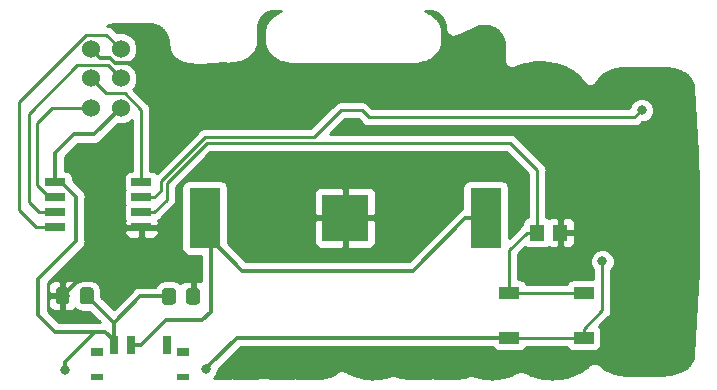
<source format=gbr>
G04 #@! TF.GenerationSoftware,KiCad,Pcbnew,5.0.2+dfsg1-1*
G04 #@! TF.CreationDate,2019-10-14T23:09:41+02:00*
G04 #@! TF.ProjectId,NOMAS_semaforos,4e4f4d41-535f-4736-956d-61666f726f73,rev?*
G04 #@! TF.SameCoordinates,Original*
G04 #@! TF.FileFunction,Copper,L2,Bot*
G04 #@! TF.FilePolarity,Positive*
%FSLAX46Y46*%
G04 Gerber Fmt 4.6, Leading zero omitted, Abs format (unit mm)*
G04 Created by KiCad (PCBNEW 5.0.2+dfsg1-1) date lun 14 oct 2019 23:09:41 CEST*
%MOMM*%
%LPD*%
G01*
G04 APERTURE LIST*
G04 #@! TA.AperFunction,SMDPad,CuDef*
%ADD10R,2.640000X5.100000*%
G04 #@! TD*
G04 #@! TA.AperFunction,SMDPad,CuDef*
%ADD11R,3.960000X3.960000*%
G04 #@! TD*
G04 #@! TA.AperFunction,SMDPad,CuDef*
%ADD12R,1.700000X1.000000*%
G04 #@! TD*
G04 #@! TA.AperFunction,Conductor*
%ADD13C,0.100000*%
G04 #@! TD*
G04 #@! TA.AperFunction,SMDPad,CuDef*
%ADD14C,1.150000*%
G04 #@! TD*
G04 #@! TA.AperFunction,SMDPad,CuDef*
%ADD15R,1.700000X0.650000*%
G04 #@! TD*
G04 #@! TA.AperFunction,SMDPad,CuDef*
%ADD16R,0.998220X0.797560*%
G04 #@! TD*
G04 #@! TA.AperFunction,SMDPad,CuDef*
%ADD17R,0.998220X0.599440*%
G04 #@! TD*
G04 #@! TA.AperFunction,SMDPad,CuDef*
%ADD18R,0.698500X1.498600*%
G04 #@! TD*
G04 #@! TA.AperFunction,BGAPad,CuDef*
%ADD19C,1.524000*%
G04 #@! TD*
G04 #@! TA.AperFunction,SMDPad,CuDef*
%ADD20R,1.295000X1.400000*%
G04 #@! TD*
G04 #@! TA.AperFunction,ViaPad*
%ADD21C,0.800000*%
G04 #@! TD*
G04 #@! TA.AperFunction,Conductor*
%ADD22C,0.350000*%
G04 #@! TD*
G04 #@! TA.AperFunction,Conductor*
%ADD23C,0.250000*%
G04 #@! TD*
G04 #@! TA.AperFunction,Conductor*
%ADD24C,0.254000*%
G04 #@! TD*
G04 APERTURE END LIST*
D10*
G04 #@! TO.P,BT1,1*
G04 #@! TO.N,+3V3*
X135000000Y-103100000D03*
X158800000Y-103100000D03*
D11*
G04 #@! TO.P,BT1,2*
G04 #@! TO.N,GND*
X146900000Y-103100000D03*
G04 #@! TD*
D12*
G04 #@! TO.P,SW1,2*
G04 #@! TO.N,PB4*
X167100000Y-109450000D03*
X160800000Y-109450000D03*
G04 #@! TO.P,SW1,1*
G04 #@! TO.N,+5V*
X167100000Y-113250000D03*
X160800000Y-113250000D03*
G04 #@! TD*
D13*
G04 #@! TO.N,+5V*
G04 #@! TO.C,C2*
G36*
X125374505Y-109001204D02*
X125398773Y-109004804D01*
X125422572Y-109010765D01*
X125445671Y-109019030D01*
X125467850Y-109029520D01*
X125488893Y-109042132D01*
X125508599Y-109056747D01*
X125526777Y-109073223D01*
X125543253Y-109091401D01*
X125557868Y-109111107D01*
X125570480Y-109132150D01*
X125580970Y-109154329D01*
X125589235Y-109177428D01*
X125595196Y-109201227D01*
X125598796Y-109225495D01*
X125600000Y-109249999D01*
X125600000Y-110150001D01*
X125598796Y-110174505D01*
X125595196Y-110198773D01*
X125589235Y-110222572D01*
X125580970Y-110245671D01*
X125570480Y-110267850D01*
X125557868Y-110288893D01*
X125543253Y-110308599D01*
X125526777Y-110326777D01*
X125508599Y-110343253D01*
X125488893Y-110357868D01*
X125467850Y-110370480D01*
X125445671Y-110380970D01*
X125422572Y-110389235D01*
X125398773Y-110395196D01*
X125374505Y-110398796D01*
X125350001Y-110400000D01*
X124699999Y-110400000D01*
X124675495Y-110398796D01*
X124651227Y-110395196D01*
X124627428Y-110389235D01*
X124604329Y-110380970D01*
X124582150Y-110370480D01*
X124561107Y-110357868D01*
X124541401Y-110343253D01*
X124523223Y-110326777D01*
X124506747Y-110308599D01*
X124492132Y-110288893D01*
X124479520Y-110267850D01*
X124469030Y-110245671D01*
X124460765Y-110222572D01*
X124454804Y-110198773D01*
X124451204Y-110174505D01*
X124450000Y-110150001D01*
X124450000Y-109249999D01*
X124451204Y-109225495D01*
X124454804Y-109201227D01*
X124460765Y-109177428D01*
X124469030Y-109154329D01*
X124479520Y-109132150D01*
X124492132Y-109111107D01*
X124506747Y-109091401D01*
X124523223Y-109073223D01*
X124541401Y-109056747D01*
X124561107Y-109042132D01*
X124582150Y-109029520D01*
X124604329Y-109019030D01*
X124627428Y-109010765D01*
X124651227Y-109004804D01*
X124675495Y-109001204D01*
X124699999Y-109000000D01*
X125350001Y-109000000D01*
X125374505Y-109001204D01*
X125374505Y-109001204D01*
G37*
D14*
G04 #@! TD*
G04 #@! TO.P,C2,2*
G04 #@! TO.N,+5V*
X125025000Y-109700000D03*
D13*
G04 #@! TO.N,GND*
G04 #@! TO.C,C2*
G36*
X123324505Y-109001204D02*
X123348773Y-109004804D01*
X123372572Y-109010765D01*
X123395671Y-109019030D01*
X123417850Y-109029520D01*
X123438893Y-109042132D01*
X123458599Y-109056747D01*
X123476777Y-109073223D01*
X123493253Y-109091401D01*
X123507868Y-109111107D01*
X123520480Y-109132150D01*
X123530970Y-109154329D01*
X123539235Y-109177428D01*
X123545196Y-109201227D01*
X123548796Y-109225495D01*
X123550000Y-109249999D01*
X123550000Y-110150001D01*
X123548796Y-110174505D01*
X123545196Y-110198773D01*
X123539235Y-110222572D01*
X123530970Y-110245671D01*
X123520480Y-110267850D01*
X123507868Y-110288893D01*
X123493253Y-110308599D01*
X123476777Y-110326777D01*
X123458599Y-110343253D01*
X123438893Y-110357868D01*
X123417850Y-110370480D01*
X123395671Y-110380970D01*
X123372572Y-110389235D01*
X123348773Y-110395196D01*
X123324505Y-110398796D01*
X123300001Y-110400000D01*
X122649999Y-110400000D01*
X122625495Y-110398796D01*
X122601227Y-110395196D01*
X122577428Y-110389235D01*
X122554329Y-110380970D01*
X122532150Y-110370480D01*
X122511107Y-110357868D01*
X122491401Y-110343253D01*
X122473223Y-110326777D01*
X122456747Y-110308599D01*
X122442132Y-110288893D01*
X122429520Y-110267850D01*
X122419030Y-110245671D01*
X122410765Y-110222572D01*
X122404804Y-110198773D01*
X122401204Y-110174505D01*
X122400000Y-110150001D01*
X122400000Y-109249999D01*
X122401204Y-109225495D01*
X122404804Y-109201227D01*
X122410765Y-109177428D01*
X122419030Y-109154329D01*
X122429520Y-109132150D01*
X122442132Y-109111107D01*
X122456747Y-109091401D01*
X122473223Y-109073223D01*
X122491401Y-109056747D01*
X122511107Y-109042132D01*
X122532150Y-109029520D01*
X122554329Y-109019030D01*
X122577428Y-109010765D01*
X122601227Y-109004804D01*
X122625495Y-109001204D01*
X122649999Y-109000000D01*
X123300001Y-109000000D01*
X123324505Y-109001204D01*
X123324505Y-109001204D01*
G37*
D14*
G04 #@! TD*
G04 #@! TO.P,C2,1*
G04 #@! TO.N,GND*
X122975000Y-109700000D03*
D13*
G04 #@! TO.N,GND*
G04 #@! TO.C,C1*
G36*
X134374505Y-109051204D02*
X134398773Y-109054804D01*
X134422572Y-109060765D01*
X134445671Y-109069030D01*
X134467850Y-109079520D01*
X134488893Y-109092132D01*
X134508599Y-109106747D01*
X134526777Y-109123223D01*
X134543253Y-109141401D01*
X134557868Y-109161107D01*
X134570480Y-109182150D01*
X134580970Y-109204329D01*
X134589235Y-109227428D01*
X134595196Y-109251227D01*
X134598796Y-109275495D01*
X134600000Y-109299999D01*
X134600000Y-110200001D01*
X134598796Y-110224505D01*
X134595196Y-110248773D01*
X134589235Y-110272572D01*
X134580970Y-110295671D01*
X134570480Y-110317850D01*
X134557868Y-110338893D01*
X134543253Y-110358599D01*
X134526777Y-110376777D01*
X134508599Y-110393253D01*
X134488893Y-110407868D01*
X134467850Y-110420480D01*
X134445671Y-110430970D01*
X134422572Y-110439235D01*
X134398773Y-110445196D01*
X134374505Y-110448796D01*
X134350001Y-110450000D01*
X133699999Y-110450000D01*
X133675495Y-110448796D01*
X133651227Y-110445196D01*
X133627428Y-110439235D01*
X133604329Y-110430970D01*
X133582150Y-110420480D01*
X133561107Y-110407868D01*
X133541401Y-110393253D01*
X133523223Y-110376777D01*
X133506747Y-110358599D01*
X133492132Y-110338893D01*
X133479520Y-110317850D01*
X133469030Y-110295671D01*
X133460765Y-110272572D01*
X133454804Y-110248773D01*
X133451204Y-110224505D01*
X133450000Y-110200001D01*
X133450000Y-109299999D01*
X133451204Y-109275495D01*
X133454804Y-109251227D01*
X133460765Y-109227428D01*
X133469030Y-109204329D01*
X133479520Y-109182150D01*
X133492132Y-109161107D01*
X133506747Y-109141401D01*
X133523223Y-109123223D01*
X133541401Y-109106747D01*
X133561107Y-109092132D01*
X133582150Y-109079520D01*
X133604329Y-109069030D01*
X133627428Y-109060765D01*
X133651227Y-109054804D01*
X133675495Y-109051204D01*
X133699999Y-109050000D01*
X134350001Y-109050000D01*
X134374505Y-109051204D01*
X134374505Y-109051204D01*
G37*
D14*
G04 #@! TD*
G04 #@! TO.P,C1,2*
G04 #@! TO.N,GND*
X134025000Y-109750000D03*
D13*
G04 #@! TO.N,+5V*
G04 #@! TO.C,C1*
G36*
X132324505Y-109051204D02*
X132348773Y-109054804D01*
X132372572Y-109060765D01*
X132395671Y-109069030D01*
X132417850Y-109079520D01*
X132438893Y-109092132D01*
X132458599Y-109106747D01*
X132476777Y-109123223D01*
X132493253Y-109141401D01*
X132507868Y-109161107D01*
X132520480Y-109182150D01*
X132530970Y-109204329D01*
X132539235Y-109227428D01*
X132545196Y-109251227D01*
X132548796Y-109275495D01*
X132550000Y-109299999D01*
X132550000Y-110200001D01*
X132548796Y-110224505D01*
X132545196Y-110248773D01*
X132539235Y-110272572D01*
X132530970Y-110295671D01*
X132520480Y-110317850D01*
X132507868Y-110338893D01*
X132493253Y-110358599D01*
X132476777Y-110376777D01*
X132458599Y-110393253D01*
X132438893Y-110407868D01*
X132417850Y-110420480D01*
X132395671Y-110430970D01*
X132372572Y-110439235D01*
X132348773Y-110445196D01*
X132324505Y-110448796D01*
X132300001Y-110450000D01*
X131649999Y-110450000D01*
X131625495Y-110448796D01*
X131601227Y-110445196D01*
X131577428Y-110439235D01*
X131554329Y-110430970D01*
X131532150Y-110420480D01*
X131511107Y-110407868D01*
X131491401Y-110393253D01*
X131473223Y-110376777D01*
X131456747Y-110358599D01*
X131442132Y-110338893D01*
X131429520Y-110317850D01*
X131419030Y-110295671D01*
X131410765Y-110272572D01*
X131404804Y-110248773D01*
X131401204Y-110224505D01*
X131400000Y-110200001D01*
X131400000Y-109299999D01*
X131401204Y-109275495D01*
X131404804Y-109251227D01*
X131410765Y-109227428D01*
X131419030Y-109204329D01*
X131429520Y-109182150D01*
X131442132Y-109161107D01*
X131456747Y-109141401D01*
X131473223Y-109123223D01*
X131491401Y-109106747D01*
X131511107Y-109092132D01*
X131532150Y-109079520D01*
X131554329Y-109069030D01*
X131577428Y-109060765D01*
X131601227Y-109054804D01*
X131625495Y-109051204D01*
X131649999Y-109050000D01*
X132300001Y-109050000D01*
X132324505Y-109051204D01*
X132324505Y-109051204D01*
G37*
D14*
G04 #@! TD*
G04 #@! TO.P,C1,1*
G04 #@! TO.N,+5V*
X131975000Y-109750000D03*
D15*
G04 #@! TO.P,U1,8*
G04 #@! TO.N,+5V*
X122350000Y-100095000D03*
G04 #@! TO.P,U1,7*
G04 #@! TO.N,PB2*
X122350000Y-101365000D03*
G04 #@! TO.P,U1,6*
G04 #@! TO.N,PB1*
X122350000Y-102635000D03*
G04 #@! TO.P,U1,5*
G04 #@! TO.N,PB0*
X122350000Y-103905000D03*
G04 #@! TO.P,U1,4*
G04 #@! TO.N,GND*
X129650000Y-103905000D03*
G04 #@! TO.P,U1,3*
G04 #@! TO.N,PB4*
X129650000Y-102635000D03*
G04 #@! TO.P,U1,2*
G04 #@! TO.N,PB3*
X129650000Y-101365000D03*
G04 #@! TO.P,U1,1*
G04 #@! TO.N,RESET*
X129650000Y-100095000D03*
G04 #@! TD*
D16*
G04 #@! TO.P,SW2,GND4*
G04 #@! TO.N,N/C*
X133199980Y-114500180D03*
D17*
G04 #@! TO.P,SW2,GND3*
X133199980Y-116598220D03*
D16*
G04 #@! TO.P,SW2,GND2*
X125900020Y-114500180D03*
D17*
G04 #@! TO.P,SW2,GND1*
X125900020Y-116598220D03*
D18*
G04 #@! TO.P,SW2,3*
G04 #@! TO.N,Net-(SW2-Pad3)*
X131797900Y-113852480D03*
G04 #@! TO.P,SW2,2*
G04 #@! TO.N,+3V3*
X128800700Y-113852480D03*
G04 #@! TO.P,SW2,1*
G04 #@! TO.N,+5V*
X127302100Y-113852480D03*
G04 #@! TD*
D19*
G04 #@! TO.P,CON1,1*
G04 #@! TO.N,PB1*
X127900000Y-91300000D03*
G04 #@! TO.P,CON1,2*
G04 #@! TO.N,+5V*
X127900000Y-93800000D03*
G04 #@! TO.P,CON1,3*
G04 #@! TO.N,PB2*
X125400000Y-93800000D03*
G04 #@! TO.P,CON1,4*
G04 #@! TO.N,PB0*
X127900000Y-88800000D03*
G04 #@! TO.P,CON1,5*
G04 #@! TO.N,RESET*
X125400000Y-91300000D03*
G04 #@! TO.P,CON1,6*
G04 #@! TO.N,GND*
X125400000Y-88800000D03*
G04 #@! TD*
D20*
G04 #@! TO.P,R1,1*
G04 #@! TO.N,GND*
X165117500Y-104350000D03*
G04 #@! TO.P,R1,2*
G04 #@! TO.N,PB4*
X163182500Y-104350000D03*
G04 #@! TD*
D21*
G04 #@! TO.N,GND*
X175300000Y-107200000D03*
X138000000Y-104500002D03*
X149290000Y-115960000D03*
X132700000Y-104900000D03*
X160800000Y-98300000D03*
X160300000Y-93200000D03*
G04 #@! TO.N,PB3*
X172000000Y-94000000D03*
G04 #@! TO.N,+5V*
X168674999Y-106800000D03*
X123150000Y-115950028D03*
X135100000Y-115900000D03*
G04 #@! TD*
D22*
G04 #@! TO.N,GND*
X134025000Y-108950000D02*
X134025000Y-109750000D01*
X134025000Y-107755000D02*
X134025000Y-108950000D01*
X132700000Y-106430000D02*
X134025000Y-107755000D01*
X165117500Y-104350000D02*
X172450000Y-104350000D01*
X172450000Y-104350000D02*
X175300000Y-107200000D01*
X165117500Y-104297500D02*
X165117500Y-104350000D01*
X132244988Y-106885012D02*
X132700000Y-106430000D01*
X122975000Y-109700000D02*
X125789988Y-106885012D01*
X125789988Y-106885012D02*
X132244988Y-106885012D01*
X146900000Y-103100000D02*
X139400002Y-103100000D01*
X138399999Y-104100003D02*
X138000000Y-104500002D01*
X139400002Y-103100000D02*
X138399999Y-104100003D01*
X146900000Y-103100000D02*
X145600000Y-103100000D01*
X131705000Y-103905000D02*
X132300001Y-104500001D01*
X129650000Y-103905000D02*
X131705000Y-103905000D01*
X132700000Y-106430000D02*
X132700000Y-105465685D01*
X132300001Y-104500001D02*
X132700000Y-104900000D01*
X132700000Y-105465685D02*
X132700000Y-104900000D01*
X160234315Y-98300000D02*
X160800000Y-98300000D01*
X153500000Y-103100000D02*
X158300000Y-98300000D01*
X158300000Y-98300000D02*
X160234315Y-98300000D01*
X146900000Y-103100000D02*
X153500000Y-103100000D01*
X126161999Y-89561999D02*
X125400000Y-88800000D01*
X129400000Y-90000000D02*
X127417238Y-90000000D01*
X126979237Y-89561999D02*
X126161999Y-89561999D01*
X159100000Y-90500000D02*
X129900000Y-90500000D01*
X129900000Y-90500000D02*
X129400000Y-90000000D01*
X127417238Y-90000000D02*
X126979237Y-89561999D01*
X160300000Y-91700000D02*
X159100000Y-90500000D01*
X160300000Y-93200000D02*
X160300000Y-91700000D01*
D23*
G04 #@! TO.N,PB4*
X166000000Y-109450000D02*
X160800000Y-109450000D01*
X167100000Y-109450000D02*
X166000000Y-109450000D01*
X129650000Y-102635000D02*
X130175000Y-102635000D01*
X130750000Y-102635000D02*
X131785000Y-101600000D01*
X129650000Y-102635000D02*
X130750000Y-102635000D01*
X131785000Y-101600000D02*
X131785000Y-100151410D01*
X131785000Y-100151410D02*
X135186400Y-96750010D01*
X145300000Y-96750010D02*
X160850010Y-96750010D01*
X145300000Y-96750010D02*
X145549990Y-96750010D01*
X135186400Y-96750010D02*
X145300000Y-96750010D01*
X163182500Y-99082500D02*
X163182500Y-104350000D01*
X160850010Y-96750010D02*
X163182500Y-99082500D01*
X162285000Y-104350000D02*
X163182500Y-104350000D01*
X160800000Y-105835000D02*
X162285000Y-104350000D01*
X160800000Y-109450000D02*
X160800000Y-105835000D01*
D22*
G04 #@! TO.N,+3V3*
X129647520Y-113852480D02*
X128800700Y-113852480D01*
X134800000Y-111800000D02*
X131700000Y-111800000D01*
X131700000Y-111800000D02*
X129647520Y-113852480D01*
X135540000Y-103100000D02*
X135540000Y-111060000D01*
X135540000Y-111060000D02*
X134800000Y-111800000D01*
X157090000Y-103100000D02*
X158260000Y-103100000D01*
X138175001Y-107575001D02*
X152614999Y-107575001D01*
X152614999Y-107575001D02*
X157090000Y-103100000D01*
X135540000Y-103100000D02*
X135540000Y-104940000D01*
X135540000Y-104940000D02*
X138175001Y-107575001D01*
D23*
G04 #@! TO.N,RESET*
X129650000Y-99520000D02*
X129650000Y-100095000D01*
X129650000Y-93941238D02*
X129650000Y-99520000D01*
X128258762Y-92550000D02*
X129650000Y-93941238D01*
X125400000Y-91300000D02*
X126650000Y-92550000D01*
X126650000Y-92550000D02*
X128258762Y-92550000D01*
G04 #@! TO.N,PB3*
X130750000Y-101365000D02*
X131300000Y-100815000D01*
X129650000Y-101365000D02*
X130750000Y-101365000D01*
X131300000Y-100815000D02*
X131300000Y-100000000D01*
X131300000Y-100000000D02*
X135000000Y-96300000D01*
X144273002Y-96300000D02*
X146573002Y-94000000D01*
X135000000Y-96300000D02*
X144273002Y-96300000D01*
X146573002Y-94000000D02*
X148300000Y-94000000D01*
X148300000Y-94000000D02*
X147699998Y-94000000D01*
X148900000Y-94600000D02*
X148300000Y-94000000D01*
X172000000Y-94000000D02*
X171400000Y-94600000D01*
X171400000Y-94600000D02*
X148900000Y-94600000D01*
G04 #@! TO.N,PB0*
X120705000Y-103905000D02*
X122350000Y-103905000D01*
X126690000Y-87590000D02*
X125001238Y-87590000D01*
X127900000Y-88800000D02*
X126690000Y-87590000D01*
X125001238Y-87590000D02*
X119249990Y-93341248D01*
X119249990Y-93341248D02*
X119249990Y-102449990D01*
X119249990Y-102449990D02*
X120705000Y-103905000D01*
G04 #@! TO.N,PB1*
X120100000Y-101750000D02*
X120985000Y-102635000D01*
X120985000Y-102635000D02*
X122350000Y-102635000D01*
X127900000Y-91300000D02*
X126800000Y-90200000D01*
X126800000Y-90200000D02*
X124200000Y-90200000D01*
X120100000Y-94300000D02*
X120100000Y-101750000D01*
X124200000Y-90200000D02*
X120100000Y-94300000D01*
G04 #@! TO.N,PB2*
X121825000Y-101365000D02*
X122350000Y-101365000D01*
X120800000Y-100340000D02*
X121825000Y-101365000D01*
X120800000Y-95100000D02*
X120800000Y-100340000D01*
X125400000Y-93800000D02*
X122100000Y-93800000D01*
X122100000Y-93800000D02*
X120800000Y-95100000D01*
G04 #@! TO.N,+5V*
X167100000Y-112500000D02*
X167100000Y-113250000D01*
X168674999Y-110925001D02*
X167100000Y-112500000D01*
X168674999Y-106800000D02*
X168674999Y-110925001D01*
X160800000Y-113250000D02*
X167100000Y-113250000D01*
D22*
X123960000Y-96040000D02*
X125660000Y-96040000D01*
X125660000Y-96040000D02*
X127900000Y-93800000D01*
X122350000Y-100095000D02*
X122350000Y-97650000D01*
X122350000Y-97650000D02*
X123960000Y-96040000D01*
X127302100Y-111977100D02*
X125025000Y-109700000D01*
X127302100Y-113852480D02*
X127302100Y-111977100D01*
X129529200Y-109750000D02*
X127302100Y-111977100D01*
X131975000Y-109750000D02*
X129529200Y-109750000D01*
X127302100Y-113452430D02*
X126602850Y-112753180D01*
X127302100Y-113852480D02*
X127302100Y-113452430D01*
X122875000Y-100095000D02*
X124100000Y-101320000D01*
X122350000Y-100095000D02*
X122875000Y-100095000D01*
X124100000Y-101320000D02*
X124100000Y-105100000D01*
X124100000Y-105100000D02*
X120900000Y-108300000D01*
X120900000Y-108300000D02*
X120900000Y-111300000D01*
X120900000Y-111300000D02*
X122353180Y-112753180D01*
X122353180Y-112753180D02*
X125700000Y-112753180D01*
X126602850Y-112753180D02*
X125700000Y-112753180D01*
X123150000Y-115384343D02*
X123150000Y-115950028D01*
X125700000Y-112753180D02*
X123150000Y-115303180D01*
X123150000Y-115303180D02*
X123150000Y-115384343D01*
X137750000Y-113250000D02*
X135499999Y-115500001D01*
X135499999Y-115500001D02*
X135100000Y-115900000D01*
X160800000Y-113250000D02*
X137750000Y-113250000D01*
G04 #@! TD*
D24*
G04 #@! TO.N,GND*
G36*
X141480130Y-85587444D02*
X141206412Y-85703358D01*
X141151393Y-85725101D01*
X141144357Y-85729637D01*
X141136658Y-85732898D01*
X141087780Y-85766118D01*
X140843544Y-85923597D01*
X140789449Y-85957719D01*
X140786956Y-85960084D01*
X140784067Y-85961947D01*
X140738117Y-86006419D01*
X140542085Y-86192399D01*
X140502556Y-86226725D01*
X140493252Y-86238729D01*
X140482227Y-86249188D01*
X140451991Y-86291959D01*
X140393809Y-86367021D01*
X140368387Y-86394471D01*
X140352582Y-86420208D01*
X140334077Y-86444082D01*
X140317365Y-86477558D01*
X140275649Y-86545490D01*
X140252356Y-86577261D01*
X140240429Y-86602843D01*
X140225662Y-86626890D01*
X140211995Y-86663830D01*
X140177318Y-86738207D01*
X140157062Y-86774200D01*
X140148879Y-86799205D01*
X140137763Y-86823048D01*
X140127949Y-86863164D01*
X140101545Y-86943853D01*
X140085324Y-86983538D01*
X140080612Y-87007820D01*
X140072919Y-87031329D01*
X140067791Y-87073892D01*
X140051012Y-87160359D01*
X140039696Y-87202865D01*
X140038190Y-87226435D01*
X140033691Y-87249617D01*
X140033897Y-87293598D01*
X140029492Y-87362520D01*
X140025198Y-87384107D01*
X140025198Y-87429703D01*
X140022290Y-87475202D01*
X140025198Y-87497016D01*
X140025198Y-87996434D01*
X140022290Y-88018248D01*
X140025198Y-88063747D01*
X140025198Y-88109342D01*
X140029492Y-88130928D01*
X140033897Y-88199852D01*
X140033691Y-88243833D01*
X140038190Y-88267015D01*
X140039696Y-88290585D01*
X140051012Y-88333091D01*
X140067791Y-88419558D01*
X140072919Y-88462121D01*
X140080612Y-88485630D01*
X140085324Y-88509912D01*
X140101545Y-88549597D01*
X140127949Y-88630286D01*
X140137763Y-88670402D01*
X140148879Y-88694245D01*
X140157062Y-88719250D01*
X140177318Y-88755243D01*
X140211995Y-88829620D01*
X140225663Y-88866562D01*
X140240430Y-88890608D01*
X140252356Y-88916189D01*
X140275649Y-88947960D01*
X140317366Y-89015894D01*
X140334075Y-89049364D01*
X140352580Y-89073238D01*
X140368388Y-89098980D01*
X140393810Y-89126430D01*
X140451992Y-89201492D01*
X140482228Y-89244263D01*
X140493250Y-89254720D01*
X140502554Y-89266723D01*
X140542089Y-89301054D01*
X140738088Y-89487002D01*
X140784066Y-89531501D01*
X140786958Y-89533365D01*
X140789451Y-89535731D01*
X140843525Y-89569839D01*
X141087747Y-89727311D01*
X141136659Y-89760553D01*
X141144362Y-89763815D01*
X141151392Y-89768348D01*
X141206393Y-89790084D01*
X141480128Y-89906005D01*
X141531070Y-89929588D01*
X141542135Y-89932263D01*
X141552619Y-89936703D01*
X141607605Y-89948092D01*
X141906946Y-90020463D01*
X141959540Y-90035278D01*
X141972389Y-90036285D01*
X141984921Y-90039315D01*
X142039529Y-90041548D01*
X142333312Y-90064576D01*
X142359753Y-90069835D01*
X142400411Y-90069835D01*
X142440943Y-90073012D01*
X142467712Y-90069835D01*
X152686626Y-90069835D01*
X152713395Y-90073012D01*
X152753927Y-90069835D01*
X152794585Y-90069835D01*
X152821026Y-90064576D01*
X153114811Y-90041548D01*
X153169415Y-90039315D01*
X153181946Y-90036285D01*
X153194798Y-90035278D01*
X153247402Y-90020460D01*
X153546716Y-89948095D01*
X153601716Y-89936704D01*
X153612205Y-89932262D01*
X153623266Y-89929588D01*
X153674193Y-89906012D01*
X153947962Y-89790077D01*
X154002948Y-89768347D01*
X154009975Y-89763816D01*
X154017678Y-89760554D01*
X154066595Y-89727308D01*
X154310826Y-89569830D01*
X154364886Y-89535731D01*
X154367378Y-89533366D01*
X154370273Y-89531500D01*
X154416265Y-89486987D01*
X154612248Y-89301054D01*
X154651783Y-89266723D01*
X154661087Y-89254720D01*
X154672109Y-89244263D01*
X154702343Y-89201495D01*
X154760528Y-89126428D01*
X154785949Y-89098980D01*
X154801757Y-89073237D01*
X154820262Y-89049364D01*
X154836970Y-89015896D01*
X154878691Y-88947957D01*
X154901981Y-88916189D01*
X154913906Y-88890612D01*
X154928674Y-88866563D01*
X154942344Y-88829616D01*
X154977019Y-88755243D01*
X154997275Y-88719250D01*
X155005458Y-88694245D01*
X155016574Y-88670402D01*
X155026388Y-88630285D01*
X155052793Y-88549595D01*
X155069013Y-88509912D01*
X155073725Y-88485629D01*
X155081418Y-88462121D01*
X155086546Y-88419559D01*
X155103326Y-88333089D01*
X155114641Y-88290585D01*
X155116147Y-88267017D01*
X155120646Y-88243834D01*
X155120440Y-88199852D01*
X155124845Y-88130930D01*
X155129139Y-88109343D01*
X155129139Y-88063746D01*
X155132047Y-88018247D01*
X155129139Y-87996433D01*
X155129139Y-87497017D01*
X155132047Y-87475203D01*
X155129139Y-87429704D01*
X155129139Y-87384107D01*
X155124845Y-87362520D01*
X155120440Y-87293598D01*
X155120646Y-87249616D01*
X155116147Y-87226433D01*
X155114641Y-87202865D01*
X155103326Y-87160361D01*
X155086546Y-87073891D01*
X155081418Y-87031329D01*
X155073725Y-87007821D01*
X155069013Y-86983538D01*
X155052793Y-86943855D01*
X155026388Y-86863165D01*
X155016574Y-86823048D01*
X155005458Y-86799205D01*
X154997275Y-86774200D01*
X154977019Y-86738207D01*
X154942343Y-86663832D01*
X154928675Y-86626890D01*
X154913908Y-86602843D01*
X154901981Y-86577261D01*
X154878688Y-86545490D01*
X154836972Y-86477558D01*
X154820260Y-86444082D01*
X154801755Y-86420208D01*
X154785950Y-86394471D01*
X154760528Y-86367021D01*
X154702346Y-86291959D01*
X154672110Y-86249188D01*
X154661085Y-86238729D01*
X154651781Y-86226725D01*
X154612249Y-86192396D01*
X154416219Y-86006418D01*
X154370271Y-85961948D01*
X154367382Y-85960085D01*
X154364888Y-85957719D01*
X154310790Y-85923595D01*
X154066600Y-85766145D01*
X154017680Y-85732897D01*
X154009975Y-85729634D01*
X154002946Y-85725102D01*
X153947965Y-85703374D01*
X153674201Y-85587441D01*
X153647448Y-85575056D01*
X153891853Y-85575056D01*
X153977172Y-85577205D01*
X154052584Y-85582910D01*
X154126587Y-85592256D01*
X154199138Y-85605139D01*
X154270285Y-85621478D01*
X154339944Y-85641165D01*
X154408138Y-85664141D01*
X154474676Y-85690273D01*
X154539613Y-85719531D01*
X154602850Y-85751824D01*
X154664279Y-85787051D01*
X154723811Y-85825132D01*
X154781375Y-85865996D01*
X154836835Y-85909514D01*
X154890109Y-85955620D01*
X154941096Y-86004206D01*
X154989701Y-86055185D01*
X155035849Y-86108477D01*
X155079379Y-86163907D01*
X155120249Y-86221447D01*
X155158351Y-86280970D01*
X155193590Y-86342369D01*
X155225863Y-86405529D01*
X155255111Y-86470419D01*
X155281269Y-86536982D01*
X155304235Y-86605115D01*
X155323937Y-86674790D01*
X155340285Y-86745912D01*
X155353164Y-86818396D01*
X155362507Y-86892364D01*
X155368210Y-86967753D01*
X155369853Y-87032996D01*
X155357332Y-87109186D01*
X155385754Y-87230676D01*
X155410104Y-87353094D01*
X155416702Y-87362969D01*
X155419407Y-87374531D01*
X155492167Y-87475910D01*
X155561502Y-87579678D01*
X155571376Y-87586276D01*
X155578300Y-87595923D01*
X155684326Y-87661746D01*
X155788086Y-87731077D01*
X155799732Y-87733394D01*
X155809821Y-87739657D01*
X155932951Y-87759892D01*
X156055359Y-87784241D01*
X156067008Y-87781924D01*
X156078723Y-87783849D01*
X156200226Y-87755425D01*
X156322631Y-87731077D01*
X156389426Y-87686446D01*
X157906387Y-86997777D01*
X158026068Y-86947937D01*
X158135324Y-86910487D01*
X158244344Y-86880811D01*
X158353071Y-86858603D01*
X158461368Y-86843616D01*
X158569063Y-86835637D01*
X158676145Y-86834496D01*
X158782492Y-86839998D01*
X158887771Y-86851990D01*
X158991711Y-86870331D01*
X159094105Y-86894885D01*
X159194642Y-86925494D01*
X159293062Y-86962014D01*
X159388987Y-87004242D01*
X159482137Y-87052024D01*
X159572158Y-87105136D01*
X159658731Y-87163375D01*
X159741530Y-87226518D01*
X159820274Y-87294348D01*
X159894638Y-87366613D01*
X159964376Y-87443111D01*
X160029228Y-87523626D01*
X160088959Y-87607946D01*
X160143347Y-87695906D01*
X160192191Y-87787364D01*
X160235291Y-87882207D01*
X160272448Y-87980366D01*
X160303466Y-88081860D01*
X160328105Y-88186666D01*
X160346095Y-88294811D01*
X160357129Y-88406408D01*
X160361236Y-88533086D01*
X160361235Y-89694054D01*
X160347822Y-89762918D01*
X160374659Y-89895086D01*
X160400980Y-90027408D01*
X160401767Y-90028587D01*
X160402050Y-90029978D01*
X160477472Y-90141887D01*
X160552378Y-90253992D01*
X160553558Y-90254780D01*
X160554350Y-90255956D01*
X160666724Y-90330396D01*
X160778962Y-90405391D01*
X160780354Y-90405668D01*
X160781535Y-90406450D01*
X160913804Y-90432213D01*
X161046235Y-90458555D01*
X161047627Y-90458278D01*
X161049017Y-90458549D01*
X161181079Y-90431733D01*
X161313507Y-90405391D01*
X161371844Y-90366411D01*
X161568518Y-90284027D01*
X161814652Y-90193609D01*
X162061924Y-90115646D01*
X162309272Y-90050769D01*
X162560419Y-89998555D01*
X162678552Y-89978945D01*
X162800573Y-89962183D01*
X162921893Y-89949067D01*
X163042431Y-89939643D01*
X163161916Y-89933957D01*
X163279392Y-89932117D01*
X163529639Y-89937013D01*
X163780106Y-89951966D01*
X164030940Y-89977324D01*
X164280980Y-90013394D01*
X164529025Y-90060452D01*
X164773967Y-90118750D01*
X165014777Y-90188524D01*
X165250349Y-90269949D01*
X165484378Y-90365104D01*
X165592219Y-90414285D01*
X165702450Y-90468440D01*
X165810728Y-90525662D01*
X165916905Y-90585944D01*
X166020972Y-90649361D01*
X166122769Y-90715895D01*
X166222264Y-90785616D01*
X166319364Y-90858544D01*
X166413988Y-90934721D01*
X166506124Y-91014252D01*
X166595642Y-91097127D01*
X166682540Y-91183479D01*
X166766763Y-91273388D01*
X166847055Y-91365582D01*
X166962923Y-91510357D01*
X167053044Y-91633798D01*
X167097892Y-91715101D01*
X167185663Y-91785213D01*
X167268328Y-91861275D01*
X167291516Y-91869769D01*
X167310810Y-91885181D01*
X167418725Y-91916366D01*
X167524210Y-91955006D01*
X167548884Y-91953980D01*
X167572607Y-91960835D01*
X167684252Y-91948348D01*
X167796485Y-91943679D01*
X167818884Y-91933290D01*
X167843428Y-91930545D01*
X167941802Y-91876280D01*
X168043698Y-91829020D01*
X168060417Y-91810850D01*
X168082042Y-91798921D01*
X168152154Y-91711150D01*
X168228216Y-91628485D01*
X168260152Y-91541301D01*
X168275575Y-91511506D01*
X168306152Y-91459394D01*
X168340683Y-91406893D01*
X168379222Y-91354160D01*
X168421865Y-91301283D01*
X168468601Y-91248473D01*
X168519507Y-91195830D01*
X168574556Y-91143542D01*
X168633703Y-91091797D01*
X168696921Y-91040754D01*
X168764109Y-90990620D01*
X168830338Y-90944907D01*
X168989300Y-90847233D01*
X169157465Y-90758904D01*
X169339285Y-90677756D01*
X169533795Y-90604808D01*
X169739998Y-90540987D01*
X169956901Y-90487140D01*
X170183462Y-90444059D01*
X170418684Y-90412471D01*
X170661613Y-90393050D01*
X170920350Y-90386176D01*
X173584629Y-90386176D01*
X173745309Y-90388801D01*
X173897895Y-90396294D01*
X174047774Y-90408647D01*
X174194855Y-90425694D01*
X174338846Y-90447273D01*
X174479473Y-90473214D01*
X174616564Y-90503359D01*
X174749782Y-90537506D01*
X174878997Y-90575505D01*
X175003895Y-90617129D01*
X175124244Y-90662179D01*
X175239869Y-90710450D01*
X175350454Y-90761685D01*
X175455825Y-90815655D01*
X175555763Y-90872102D01*
X175650037Y-90930733D01*
X175738474Y-90991272D01*
X175820925Y-91053415D01*
X175897243Y-91116849D01*
X175967310Y-91181228D01*
X176031064Y-91246240D01*
X176088495Y-91311558D01*
X176139602Y-91376841D01*
X176184515Y-91441870D01*
X176223365Y-91506390D01*
X176256360Y-91570271D01*
X176283721Y-91633418D01*
X176305728Y-91695946D01*
X176322632Y-91758033D01*
X176334624Y-91819962D01*
X176341847Y-91882347D01*
X176343051Y-91913344D01*
X176341897Y-91922023D01*
X176345668Y-91980711D01*
X176347949Y-92039421D01*
X176349987Y-92047928D01*
X176527129Y-94804686D01*
X176664408Y-97623854D01*
X176754236Y-100452665D01*
X176792491Y-103292089D01*
X176775035Y-106144838D01*
X176744168Y-107573269D01*
X176697789Y-109006624D01*
X176635422Y-110443327D01*
X176556550Y-111883573D01*
X176460665Y-113327411D01*
X176351117Y-114725449D01*
X176347951Y-114738663D01*
X176345856Y-114792594D01*
X176341639Y-114846408D01*
X176343241Y-114859903D01*
X176341849Y-114895738D01*
X176334626Y-114958121D01*
X176322635Y-115020045D01*
X176305729Y-115082139D01*
X176283722Y-115144667D01*
X176256360Y-115207815D01*
X176223366Y-115271695D01*
X176184515Y-115336215D01*
X176139604Y-115401243D01*
X176088497Y-115466526D01*
X176031066Y-115531844D01*
X175967312Y-115596856D01*
X175897245Y-115661235D01*
X175820927Y-115724669D01*
X175738476Y-115786812D01*
X175650039Y-115847351D01*
X175555765Y-115905982D01*
X175455827Y-115962429D01*
X175350456Y-116016399D01*
X175239855Y-116067641D01*
X175124226Y-116115922D01*
X175003897Y-116160965D01*
X174878999Y-116202589D01*
X174749784Y-116240588D01*
X174616566Y-116274735D01*
X174479475Y-116304880D01*
X174338848Y-116330821D01*
X174194880Y-116352397D01*
X174047792Y-116369436D01*
X173897873Y-116381801D01*
X173745311Y-116389293D01*
X173584631Y-116391918D01*
X170918378Y-116391918D01*
X170713630Y-116387667D01*
X170520230Y-116375445D01*
X170331332Y-116355459D01*
X170147470Y-116328035D01*
X169969159Y-116293510D01*
X169796816Y-116252240D01*
X169630954Y-116204615D01*
X169472125Y-116151050D01*
X169320768Y-116091965D01*
X169177348Y-116027818D01*
X169042324Y-115959110D01*
X168916184Y-115886401D01*
X168799324Y-115810253D01*
X168692061Y-115731259D01*
X168594761Y-115650117D01*
X168553599Y-115611084D01*
X168527166Y-115568979D01*
X168455626Y-115518176D01*
X168441860Y-115505122D01*
X168400708Y-115479178D01*
X168304980Y-115411198D01*
X168285998Y-115406858D01*
X168269525Y-115396472D01*
X168153788Y-115376627D01*
X168039327Y-115350454D01*
X168020129Y-115353708D01*
X168000936Y-115350417D01*
X167886419Y-115376372D01*
X167770650Y-115395995D01*
X167754158Y-115406349D01*
X167735167Y-115410653D01*
X167639299Y-115478456D01*
X167598108Y-115504316D01*
X167584321Y-115517340D01*
X167512680Y-115568009D01*
X167486166Y-115610065D01*
X167466864Y-115628298D01*
X167390298Y-115695921D01*
X167310888Y-115761599D01*
X167232779Y-115822157D01*
X167056395Y-115946529D01*
X166874899Y-116059477D01*
X166684978Y-116163853D01*
X166487774Y-116259445D01*
X166284485Y-116346073D01*
X166076403Y-116423592D01*
X165864842Y-116491888D01*
X165651145Y-116550902D01*
X165436667Y-116600614D01*
X165222823Y-116641036D01*
X165011024Y-116672230D01*
X164802752Y-116694301D01*
X164599552Y-116707376D01*
X164401210Y-116711670D01*
X164266512Y-116709309D01*
X164128267Y-116702184D01*
X163988116Y-116690357D01*
X163846141Y-116673837D01*
X163702525Y-116652705D01*
X163557556Y-116627022D01*
X163411404Y-116596850D01*
X163264291Y-116562256D01*
X163116414Y-116523336D01*
X162968018Y-116480178D01*
X162819275Y-116432873D01*
X162670399Y-116381511D01*
X162521587Y-116326208D01*
X162376667Y-116268504D01*
X162109646Y-116151580D01*
X162036222Y-116105789D01*
X161919209Y-116086314D01*
X161803343Y-116060844D01*
X161785393Y-116064042D01*
X161767410Y-116061049D01*
X161651847Y-116087835D01*
X161535059Y-116108643D01*
X161462162Y-116155267D01*
X161217384Y-116265790D01*
X160937596Y-116378290D01*
X160653449Y-116477886D01*
X160517737Y-116519985D01*
X160378777Y-116559208D01*
X160240632Y-116594229D01*
X160103569Y-116624889D01*
X159967718Y-116651097D01*
X159833365Y-116672720D01*
X159700677Y-116689669D01*
X159569867Y-116701866D01*
X159441125Y-116709231D01*
X159317718Y-116711653D01*
X159144261Y-116706647D01*
X158966386Y-116692219D01*
X158781627Y-116668670D01*
X158591136Y-116636578D01*
X158395980Y-116596635D01*
X158197240Y-116549640D01*
X157995955Y-116496462D01*
X157900035Y-116468822D01*
X157884860Y-116457975D01*
X157769702Y-116431266D01*
X157722207Y-116417580D01*
X157704106Y-116416052D01*
X157619396Y-116396405D01*
X157569550Y-116404695D01*
X157519204Y-116400445D01*
X157436358Y-116426845D01*
X157418432Y-116429826D01*
X157372177Y-116447297D01*
X157259559Y-116483184D01*
X157245308Y-116495217D01*
X157232616Y-116500010D01*
X157123214Y-116535353D01*
X157011691Y-116565531D01*
X156898284Y-116590462D01*
X156783299Y-116610057D01*
X156667020Y-116624251D01*
X156549903Y-116632952D01*
X156425031Y-116636276D01*
X154686835Y-116636276D01*
X154551362Y-116630996D01*
X154408292Y-116617890D01*
X154346327Y-116611275D01*
X154341168Y-116611741D01*
X154336020Y-116611269D01*
X154274141Y-116617790D01*
X154124587Y-116631288D01*
X153981146Y-116636226D01*
X152177356Y-116636226D01*
X152049401Y-116632813D01*
X151929598Y-116623794D01*
X151810752Y-116609039D01*
X151693224Y-116588633D01*
X151577423Y-116562671D01*
X151463594Y-116531226D01*
X151352106Y-116494418D01*
X151332096Y-116486685D01*
X151313896Y-116471526D01*
X151205717Y-116437850D01*
X151164170Y-116421795D01*
X151141419Y-116417834D01*
X151053702Y-116390527D01*
X151008340Y-116394662D01*
X150963465Y-116386848D01*
X150873816Y-116406924D01*
X150850818Y-116409020D01*
X150808101Y-116421640D01*
X150697541Y-116446398D01*
X150678168Y-116460025D01*
X150572954Y-116491108D01*
X150368028Y-116546081D01*
X150165135Y-116594379D01*
X149965300Y-116635248D01*
X149769736Y-116667958D01*
X149579568Y-116691879D01*
X149395963Y-116706492D01*
X149217083Y-116711525D01*
X149084743Y-116708763D01*
X148947687Y-116700400D01*
X148808476Y-116686516D01*
X148667224Y-116667215D01*
X148524326Y-116642599D01*
X148379896Y-116612760D01*
X148234256Y-116577847D01*
X148087688Y-116537998D01*
X147940415Y-116493368D01*
X147792730Y-116444123D01*
X147644880Y-116390444D01*
X147497125Y-116332504D01*
X147349726Y-116270510D01*
X147206417Y-116206219D01*
X146980116Y-116095336D01*
X146945612Y-116065189D01*
X146858828Y-116035907D01*
X146838335Y-116025866D01*
X146795025Y-116014380D01*
X146687404Y-115978067D01*
X146664045Y-115979641D01*
X146641417Y-115973640D01*
X146528845Y-115988752D01*
X146415511Y-115996390D01*
X146394533Y-116006783D01*
X146371331Y-116009898D01*
X146273114Y-116066938D01*
X146232961Y-116086831D01*
X146214881Y-116100757D01*
X146135679Y-116146754D01*
X146107879Y-116183176D01*
X146092969Y-116194660D01*
X146015806Y-116248743D01*
X145935783Y-116299691D01*
X145853014Y-116347423D01*
X145767685Y-116391824D01*
X145679936Y-116432806D01*
X145589940Y-116470268D01*
X145497778Y-116504158D01*
X145403688Y-116534367D01*
X145307885Y-116560798D01*
X145210476Y-116583387D01*
X145111655Y-116602051D01*
X145011601Y-116616731D01*
X144910466Y-116627350D01*
X144808610Y-116633852D01*
X144699641Y-116636267D01*
X142901740Y-116636267D01*
X142798150Y-116633256D01*
X142728415Y-116628422D01*
X142705013Y-116623767D01*
X142680138Y-116623767D01*
X142657569Y-116620809D01*
X142637616Y-116622128D01*
X142617615Y-116620742D01*
X142593953Y-116623767D01*
X142567989Y-116623767D01*
X142545658Y-116628209D01*
X142464661Y-116633565D01*
X142346308Y-116636167D01*
X140656056Y-116636167D01*
X140518017Y-116631861D01*
X140387919Y-116620948D01*
X140258923Y-116603274D01*
X140184889Y-116589111D01*
X140126178Y-116564293D01*
X140052362Y-116563759D01*
X140047414Y-116562812D01*
X139984924Y-116563270D01*
X139922458Y-116562818D01*
X139917512Y-116563765D01*
X139843695Y-116564306D01*
X139784988Y-116589129D01*
X139710941Y-116603301D01*
X139582137Y-116620991D01*
X139452320Y-116631892D01*
X139314378Y-116636197D01*
X137585533Y-116636197D01*
X137477842Y-116632648D01*
X137375716Y-116624931D01*
X137325193Y-116618648D01*
X137308570Y-116619857D01*
X137291956Y-116618602D01*
X137241432Y-116624742D01*
X137128801Y-116632936D01*
X137008516Y-116636167D01*
X135827544Y-116636167D01*
X135977431Y-116486280D01*
X136135000Y-116105874D01*
X136135000Y-116010512D01*
X138085513Y-114060000D01*
X159393427Y-114060000D01*
X159492191Y-114207809D01*
X159702235Y-114348157D01*
X159950000Y-114397440D01*
X161650000Y-114397440D01*
X161897765Y-114348157D01*
X162107809Y-114207809D01*
X162239982Y-114010000D01*
X165660018Y-114010000D01*
X165792191Y-114207809D01*
X166002235Y-114348157D01*
X166250000Y-114397440D01*
X167950000Y-114397440D01*
X168197765Y-114348157D01*
X168407809Y-114207809D01*
X168548157Y-113997765D01*
X168597440Y-113750000D01*
X168597440Y-112750000D01*
X168548157Y-112502235D01*
X168407809Y-112292191D01*
X168392704Y-112282098D01*
X169159472Y-111515330D01*
X169222928Y-111472930D01*
X169390903Y-111221538D01*
X169434999Y-110999853D01*
X169434999Y-110999848D01*
X169449887Y-110925001D01*
X169434999Y-110850154D01*
X169434999Y-107503711D01*
X169552430Y-107386280D01*
X169709999Y-107005874D01*
X169709999Y-106594126D01*
X169552430Y-106213720D01*
X169261279Y-105922569D01*
X168880873Y-105765000D01*
X168469125Y-105765000D01*
X168088719Y-105922569D01*
X167797568Y-106213720D01*
X167639999Y-106594126D01*
X167639999Y-107005874D01*
X167797568Y-107386280D01*
X167914999Y-107503711D01*
X167914999Y-108302560D01*
X166250000Y-108302560D01*
X166002235Y-108351843D01*
X165792191Y-108492191D01*
X165660018Y-108690000D01*
X162239982Y-108690000D01*
X162107809Y-108492191D01*
X161897765Y-108351843D01*
X161650000Y-108302560D01*
X161560000Y-108302560D01*
X161560000Y-106149801D01*
X162152004Y-105557798D01*
X162287235Y-105648157D01*
X162535000Y-105697440D01*
X163830000Y-105697440D01*
X164077765Y-105648157D01*
X164145492Y-105602903D01*
X164343691Y-105685000D01*
X164831750Y-105685000D01*
X164990500Y-105526250D01*
X164990500Y-104477000D01*
X165244500Y-104477000D01*
X165244500Y-105526250D01*
X165403250Y-105685000D01*
X165891309Y-105685000D01*
X166124698Y-105588327D01*
X166303327Y-105409699D01*
X166400000Y-105176310D01*
X166400000Y-104635750D01*
X166241250Y-104477000D01*
X165244500Y-104477000D01*
X164990500Y-104477000D01*
X164970500Y-104477000D01*
X164970500Y-104223000D01*
X164990500Y-104223000D01*
X164990500Y-103173750D01*
X165244500Y-103173750D01*
X165244500Y-104223000D01*
X166241250Y-104223000D01*
X166400000Y-104064250D01*
X166400000Y-103523690D01*
X166303327Y-103290301D01*
X166124698Y-103111673D01*
X165891309Y-103015000D01*
X165403250Y-103015000D01*
X165244500Y-103173750D01*
X164990500Y-103173750D01*
X164831750Y-103015000D01*
X164343691Y-103015000D01*
X164145492Y-103097097D01*
X164077765Y-103051843D01*
X163942500Y-103024937D01*
X163942500Y-99157347D01*
X163957388Y-99082500D01*
X163942500Y-99007653D01*
X163942500Y-99007648D01*
X163898404Y-98785963D01*
X163730429Y-98534571D01*
X163666973Y-98492171D01*
X161440341Y-96265540D01*
X161397939Y-96202081D01*
X161146547Y-96034106D01*
X160924862Y-95990010D01*
X160924857Y-95990010D01*
X160850010Y-95975122D01*
X160775163Y-95990010D01*
X145657793Y-95990010D01*
X146887804Y-94760000D01*
X147985199Y-94760000D01*
X148309671Y-95084473D01*
X148352071Y-95147929D01*
X148603463Y-95315904D01*
X148825148Y-95360000D01*
X148825152Y-95360000D01*
X148899999Y-95374888D01*
X148974846Y-95360000D01*
X171325153Y-95360000D01*
X171400000Y-95374888D01*
X171474847Y-95360000D01*
X171474852Y-95360000D01*
X171696537Y-95315904D01*
X171947929Y-95147929D01*
X171990331Y-95084470D01*
X172039801Y-95035000D01*
X172205874Y-95035000D01*
X172586280Y-94877431D01*
X172877431Y-94586280D01*
X173035000Y-94205874D01*
X173035000Y-93794126D01*
X172877431Y-93413720D01*
X172586280Y-93122569D01*
X172205874Y-92965000D01*
X171794126Y-92965000D01*
X171413720Y-93122569D01*
X171122569Y-93413720D01*
X170965000Y-93794126D01*
X170965000Y-93840000D01*
X149214802Y-93840000D01*
X148890331Y-93515530D01*
X148847929Y-93452071D01*
X148596537Y-93284096D01*
X148374852Y-93240000D01*
X148374847Y-93240000D01*
X148300000Y-93225112D01*
X148225153Y-93240000D01*
X146647848Y-93240000D01*
X146573001Y-93225112D01*
X146498154Y-93240000D01*
X146498150Y-93240000D01*
X146276465Y-93284096D01*
X146025073Y-93452071D01*
X145982673Y-93515527D01*
X143958201Y-95540000D01*
X135074846Y-95540000D01*
X134999999Y-95525112D01*
X134925152Y-95540000D01*
X134925148Y-95540000D01*
X134703463Y-95584096D01*
X134452071Y-95752071D01*
X134409671Y-95815527D01*
X130930953Y-99294246D01*
X130747765Y-99171843D01*
X130500000Y-99122560D01*
X130410000Y-99122560D01*
X130410000Y-94016086D01*
X130424888Y-93941238D01*
X130410000Y-93866390D01*
X130410000Y-93866386D01*
X130365904Y-93644701D01*
X130365904Y-93644700D01*
X130240329Y-93456765D01*
X130197929Y-93393309D01*
X130134473Y-93350909D01*
X128979610Y-92196047D01*
X129084320Y-92091337D01*
X129297000Y-91577881D01*
X129297000Y-91022119D01*
X129084320Y-90508663D01*
X128691337Y-90115680D01*
X128532771Y-90050000D01*
X128691337Y-89984320D01*
X129084320Y-89591337D01*
X129297000Y-89077881D01*
X129297000Y-88522119D01*
X129084320Y-88008663D01*
X128691337Y-87615680D01*
X128177881Y-87403000D01*
X127622119Y-87403000D01*
X127590782Y-87415980D01*
X127280331Y-87105530D01*
X127237929Y-87042071D01*
X126986537Y-86874096D01*
X126777161Y-86832448D01*
X126789985Y-86831018D01*
X126849460Y-86837653D01*
X126924109Y-86816058D01*
X126932978Y-86815069D01*
X126988867Y-86797325D01*
X127111237Y-86761925D01*
X127115039Y-86758886D01*
X127147144Y-86750116D01*
X127216540Y-86734161D01*
X127286542Y-86721034D01*
X127356990Y-86710762D01*
X127427871Y-86703354D01*
X127499170Y-86698816D01*
X127576647Y-86697021D01*
X130208204Y-86697021D01*
X130320066Y-86700122D01*
X130419949Y-86708544D01*
X130517588Y-86722329D01*
X130612933Y-86741293D01*
X130705938Y-86765252D01*
X130796564Y-86794055D01*
X130884765Y-86827549D01*
X130970378Y-86865556D01*
X131053359Y-86907959D01*
X131133551Y-86954580D01*
X131210844Y-87005283D01*
X131285082Y-87059891D01*
X131356112Y-87118237D01*
X131423797Y-87180161D01*
X131487952Y-87245447D01*
X131548444Y-87313939D01*
X131605110Y-87385422D01*
X131657800Y-87459703D01*
X131706360Y-87536577D01*
X131750693Y-87615904D01*
X131790642Y-87697440D01*
X131826084Y-87781013D01*
X131856905Y-87866454D01*
X131882996Y-87953625D01*
X131904258Y-88042405D01*
X131920566Y-88132638D01*
X131931807Y-88224248D01*
X131937857Y-88317144D01*
X131938568Y-88412207D01*
X131936262Y-88460810D01*
X131939072Y-88479540D01*
X131939214Y-88498469D01*
X131949059Y-88546100D01*
X131967858Y-88671387D01*
X131970279Y-88709476D01*
X131977843Y-88737931D01*
X131982213Y-88767055D01*
X131995133Y-88802975D01*
X132024142Y-88912102D01*
X132036671Y-88966569D01*
X132041441Y-88977181D01*
X132044431Y-88988428D01*
X132066761Y-89033937D01*
X132066796Y-89034956D01*
X132122510Y-89157530D01*
X132149659Y-89217925D01*
X132150498Y-89219103D01*
X132151097Y-89220421D01*
X132189773Y-89274257D01*
X132192561Y-89278172D01*
X132192991Y-89279964D01*
X132235601Y-89338614D01*
X132267832Y-89383875D01*
X132269029Y-89384625D01*
X132271903Y-89388580D01*
X132310299Y-89442026D01*
X132311650Y-89443289D01*
X132312736Y-89444783D01*
X132361046Y-89489442D01*
X132459158Y-89581113D01*
X132460932Y-89581778D01*
X132462888Y-89583586D01*
X132503939Y-89623811D01*
X132512344Y-89629304D01*
X132519718Y-89636121D01*
X132568725Y-89666153D01*
X132678582Y-89737952D01*
X132711434Y-89763180D01*
X132734914Y-89774770D01*
X132756834Y-89789096D01*
X132795265Y-89804559D01*
X132912504Y-89862428D01*
X132935365Y-89877268D01*
X132972853Y-89892216D01*
X133009042Y-89910079D01*
X133035366Y-89917143D01*
X133207503Y-89985782D01*
X133261066Y-90008811D01*
X133270059Y-90010725D01*
X133278603Y-90014132D01*
X133335953Y-90024750D01*
X133519671Y-90063853D01*
X133544625Y-90072387D01*
X133585501Y-90077864D01*
X133625838Y-90086449D01*
X133652208Y-90086801D01*
X133834713Y-90111254D01*
X133858721Y-90117577D01*
X133901428Y-90120193D01*
X133943831Y-90125874D01*
X133968606Y-90124307D01*
X134167824Y-90136509D01*
X134195233Y-90141404D01*
X134235004Y-90140624D01*
X134274701Y-90143055D01*
X134302285Y-90139303D01*
X134483746Y-90135743D01*
X134491878Y-90136996D01*
X134551150Y-90134420D01*
X134610421Y-90133257D01*
X134618452Y-90131495D01*
X136760497Y-90038402D01*
X136888393Y-90043730D01*
X136925285Y-90048550D01*
X136955624Y-90046531D01*
X136986008Y-90047797D01*
X137022773Y-90042063D01*
X137205680Y-90029892D01*
X137226981Y-90031343D01*
X137272851Y-90025423D01*
X137318999Y-90022352D01*
X137339616Y-90016806D01*
X137528535Y-89992423D01*
X137557046Y-89992002D01*
X137595286Y-89983807D01*
X137634067Y-89978802D01*
X137661088Y-89969706D01*
X137870337Y-89924865D01*
X137907681Y-89920208D01*
X137936145Y-89910762D01*
X137965461Y-89904480D01*
X138000007Y-89889570D01*
X138223248Y-89815488D01*
X138270802Y-89802457D01*
X138287138Y-89794286D01*
X138304477Y-89788532D01*
X138347352Y-89764167D01*
X138577583Y-89649008D01*
X138634541Y-89621361D01*
X138637819Y-89618878D01*
X138641496Y-89617039D01*
X138691513Y-89578209D01*
X138899992Y-89420299D01*
X138946141Y-89387601D01*
X138953690Y-89379627D01*
X138962439Y-89373000D01*
X138999985Y-89330724D01*
X139070438Y-89256301D01*
X139101308Y-89228247D01*
X139116706Y-89207427D01*
X139134508Y-89188622D01*
X139156723Y-89153319D01*
X139211252Y-89079589D01*
X139239481Y-89046533D01*
X139251268Y-89025483D01*
X139265617Y-89006081D01*
X139284155Y-88966748D01*
X139332109Y-88881108D01*
X139356136Y-88844373D01*
X139364997Y-88822373D01*
X139376580Y-88801686D01*
X139390138Y-88759951D01*
X139403081Y-88727814D01*
X139428768Y-88694444D01*
X139453561Y-88602477D01*
X139463453Y-88577917D01*
X139471086Y-88537471D01*
X139481797Y-88497741D01*
X139483569Y-88471330D01*
X139501234Y-88377727D01*
X139492613Y-88336506D01*
X139503512Y-88174038D01*
X139508857Y-88143519D01*
X139508016Y-88106897D01*
X139510468Y-88070343D01*
X139506471Y-88039617D01*
X139505189Y-87983818D01*
X139505189Y-87053037D01*
X139507338Y-86967711D01*
X139513039Y-86892350D01*
X139522388Y-86818389D01*
X139535279Y-86745837D01*
X139551620Y-86674718D01*
X139571314Y-86605071D01*
X139594276Y-86536947D01*
X139620428Y-86470399D01*
X139649680Y-86405515D01*
X139681985Y-86342294D01*
X139717208Y-86280909D01*
X139755303Y-86221397D01*
X139796170Y-86163862D01*
X139839698Y-86108436D01*
X139885847Y-86055142D01*
X139934446Y-86004170D01*
X139985446Y-85955571D01*
X140038737Y-85909449D01*
X140094195Y-85865921D01*
X140151752Y-85825062D01*
X140211263Y-85786990D01*
X140272670Y-85751775D01*
X140335922Y-85719475D01*
X140400837Y-85690226D01*
X140467405Y-85664083D01*
X140535583Y-85641112D01*
X140605250Y-85621422D01*
X140676380Y-85605088D01*
X140748945Y-85592202D01*
X140822947Y-85582856D01*
X140898343Y-85577152D01*
X140915928Y-85576709D01*
X140975079Y-85588475D01*
X141042540Y-85575056D01*
X141506888Y-85575056D01*
X141480130Y-85587444D01*
X141480130Y-85587444D01*
G37*
X141480130Y-85587444D02*
X141206412Y-85703358D01*
X141151393Y-85725101D01*
X141144357Y-85729637D01*
X141136658Y-85732898D01*
X141087780Y-85766118D01*
X140843544Y-85923597D01*
X140789449Y-85957719D01*
X140786956Y-85960084D01*
X140784067Y-85961947D01*
X140738117Y-86006419D01*
X140542085Y-86192399D01*
X140502556Y-86226725D01*
X140493252Y-86238729D01*
X140482227Y-86249188D01*
X140451991Y-86291959D01*
X140393809Y-86367021D01*
X140368387Y-86394471D01*
X140352582Y-86420208D01*
X140334077Y-86444082D01*
X140317365Y-86477558D01*
X140275649Y-86545490D01*
X140252356Y-86577261D01*
X140240429Y-86602843D01*
X140225662Y-86626890D01*
X140211995Y-86663830D01*
X140177318Y-86738207D01*
X140157062Y-86774200D01*
X140148879Y-86799205D01*
X140137763Y-86823048D01*
X140127949Y-86863164D01*
X140101545Y-86943853D01*
X140085324Y-86983538D01*
X140080612Y-87007820D01*
X140072919Y-87031329D01*
X140067791Y-87073892D01*
X140051012Y-87160359D01*
X140039696Y-87202865D01*
X140038190Y-87226435D01*
X140033691Y-87249617D01*
X140033897Y-87293598D01*
X140029492Y-87362520D01*
X140025198Y-87384107D01*
X140025198Y-87429703D01*
X140022290Y-87475202D01*
X140025198Y-87497016D01*
X140025198Y-87996434D01*
X140022290Y-88018248D01*
X140025198Y-88063747D01*
X140025198Y-88109342D01*
X140029492Y-88130928D01*
X140033897Y-88199852D01*
X140033691Y-88243833D01*
X140038190Y-88267015D01*
X140039696Y-88290585D01*
X140051012Y-88333091D01*
X140067791Y-88419558D01*
X140072919Y-88462121D01*
X140080612Y-88485630D01*
X140085324Y-88509912D01*
X140101545Y-88549597D01*
X140127949Y-88630286D01*
X140137763Y-88670402D01*
X140148879Y-88694245D01*
X140157062Y-88719250D01*
X140177318Y-88755243D01*
X140211995Y-88829620D01*
X140225663Y-88866562D01*
X140240430Y-88890608D01*
X140252356Y-88916189D01*
X140275649Y-88947960D01*
X140317366Y-89015894D01*
X140334075Y-89049364D01*
X140352580Y-89073238D01*
X140368388Y-89098980D01*
X140393810Y-89126430D01*
X140451992Y-89201492D01*
X140482228Y-89244263D01*
X140493250Y-89254720D01*
X140502554Y-89266723D01*
X140542089Y-89301054D01*
X140738088Y-89487002D01*
X140784066Y-89531501D01*
X140786958Y-89533365D01*
X140789451Y-89535731D01*
X140843525Y-89569839D01*
X141087747Y-89727311D01*
X141136659Y-89760553D01*
X141144362Y-89763815D01*
X141151392Y-89768348D01*
X141206393Y-89790084D01*
X141480128Y-89906005D01*
X141531070Y-89929588D01*
X141542135Y-89932263D01*
X141552619Y-89936703D01*
X141607605Y-89948092D01*
X141906946Y-90020463D01*
X141959540Y-90035278D01*
X141972389Y-90036285D01*
X141984921Y-90039315D01*
X142039529Y-90041548D01*
X142333312Y-90064576D01*
X142359753Y-90069835D01*
X142400411Y-90069835D01*
X142440943Y-90073012D01*
X142467712Y-90069835D01*
X152686626Y-90069835D01*
X152713395Y-90073012D01*
X152753927Y-90069835D01*
X152794585Y-90069835D01*
X152821026Y-90064576D01*
X153114811Y-90041548D01*
X153169415Y-90039315D01*
X153181946Y-90036285D01*
X153194798Y-90035278D01*
X153247402Y-90020460D01*
X153546716Y-89948095D01*
X153601716Y-89936704D01*
X153612205Y-89932262D01*
X153623266Y-89929588D01*
X153674193Y-89906012D01*
X153947962Y-89790077D01*
X154002948Y-89768347D01*
X154009975Y-89763816D01*
X154017678Y-89760554D01*
X154066595Y-89727308D01*
X154310826Y-89569830D01*
X154364886Y-89535731D01*
X154367378Y-89533366D01*
X154370273Y-89531500D01*
X154416265Y-89486987D01*
X154612248Y-89301054D01*
X154651783Y-89266723D01*
X154661087Y-89254720D01*
X154672109Y-89244263D01*
X154702343Y-89201495D01*
X154760528Y-89126428D01*
X154785949Y-89098980D01*
X154801757Y-89073237D01*
X154820262Y-89049364D01*
X154836970Y-89015896D01*
X154878691Y-88947957D01*
X154901981Y-88916189D01*
X154913906Y-88890612D01*
X154928674Y-88866563D01*
X154942344Y-88829616D01*
X154977019Y-88755243D01*
X154997275Y-88719250D01*
X155005458Y-88694245D01*
X155016574Y-88670402D01*
X155026388Y-88630285D01*
X155052793Y-88549595D01*
X155069013Y-88509912D01*
X155073725Y-88485629D01*
X155081418Y-88462121D01*
X155086546Y-88419559D01*
X155103326Y-88333089D01*
X155114641Y-88290585D01*
X155116147Y-88267017D01*
X155120646Y-88243834D01*
X155120440Y-88199852D01*
X155124845Y-88130930D01*
X155129139Y-88109343D01*
X155129139Y-88063746D01*
X155132047Y-88018247D01*
X155129139Y-87996433D01*
X155129139Y-87497017D01*
X155132047Y-87475203D01*
X155129139Y-87429704D01*
X155129139Y-87384107D01*
X155124845Y-87362520D01*
X155120440Y-87293598D01*
X155120646Y-87249616D01*
X155116147Y-87226433D01*
X155114641Y-87202865D01*
X155103326Y-87160361D01*
X155086546Y-87073891D01*
X155081418Y-87031329D01*
X155073725Y-87007821D01*
X155069013Y-86983538D01*
X155052793Y-86943855D01*
X155026388Y-86863165D01*
X155016574Y-86823048D01*
X155005458Y-86799205D01*
X154997275Y-86774200D01*
X154977019Y-86738207D01*
X154942343Y-86663832D01*
X154928675Y-86626890D01*
X154913908Y-86602843D01*
X154901981Y-86577261D01*
X154878688Y-86545490D01*
X154836972Y-86477558D01*
X154820260Y-86444082D01*
X154801755Y-86420208D01*
X154785950Y-86394471D01*
X154760528Y-86367021D01*
X154702346Y-86291959D01*
X154672110Y-86249188D01*
X154661085Y-86238729D01*
X154651781Y-86226725D01*
X154612249Y-86192396D01*
X154416219Y-86006418D01*
X154370271Y-85961948D01*
X154367382Y-85960085D01*
X154364888Y-85957719D01*
X154310790Y-85923595D01*
X154066600Y-85766145D01*
X154017680Y-85732897D01*
X154009975Y-85729634D01*
X154002946Y-85725102D01*
X153947965Y-85703374D01*
X153674201Y-85587441D01*
X153647448Y-85575056D01*
X153891853Y-85575056D01*
X153977172Y-85577205D01*
X154052584Y-85582910D01*
X154126587Y-85592256D01*
X154199138Y-85605139D01*
X154270285Y-85621478D01*
X154339944Y-85641165D01*
X154408138Y-85664141D01*
X154474676Y-85690273D01*
X154539613Y-85719531D01*
X154602850Y-85751824D01*
X154664279Y-85787051D01*
X154723811Y-85825132D01*
X154781375Y-85865996D01*
X154836835Y-85909514D01*
X154890109Y-85955620D01*
X154941096Y-86004206D01*
X154989701Y-86055185D01*
X155035849Y-86108477D01*
X155079379Y-86163907D01*
X155120249Y-86221447D01*
X155158351Y-86280970D01*
X155193590Y-86342369D01*
X155225863Y-86405529D01*
X155255111Y-86470419D01*
X155281269Y-86536982D01*
X155304235Y-86605115D01*
X155323937Y-86674790D01*
X155340285Y-86745912D01*
X155353164Y-86818396D01*
X155362507Y-86892364D01*
X155368210Y-86967753D01*
X155369853Y-87032996D01*
X155357332Y-87109186D01*
X155385754Y-87230676D01*
X155410104Y-87353094D01*
X155416702Y-87362969D01*
X155419407Y-87374531D01*
X155492167Y-87475910D01*
X155561502Y-87579678D01*
X155571376Y-87586276D01*
X155578300Y-87595923D01*
X155684326Y-87661746D01*
X155788086Y-87731077D01*
X155799732Y-87733394D01*
X155809821Y-87739657D01*
X155932951Y-87759892D01*
X156055359Y-87784241D01*
X156067008Y-87781924D01*
X156078723Y-87783849D01*
X156200226Y-87755425D01*
X156322631Y-87731077D01*
X156389426Y-87686446D01*
X157906387Y-86997777D01*
X158026068Y-86947937D01*
X158135324Y-86910487D01*
X158244344Y-86880811D01*
X158353071Y-86858603D01*
X158461368Y-86843616D01*
X158569063Y-86835637D01*
X158676145Y-86834496D01*
X158782492Y-86839998D01*
X158887771Y-86851990D01*
X158991711Y-86870331D01*
X159094105Y-86894885D01*
X159194642Y-86925494D01*
X159293062Y-86962014D01*
X159388987Y-87004242D01*
X159482137Y-87052024D01*
X159572158Y-87105136D01*
X159658731Y-87163375D01*
X159741530Y-87226518D01*
X159820274Y-87294348D01*
X159894638Y-87366613D01*
X159964376Y-87443111D01*
X160029228Y-87523626D01*
X160088959Y-87607946D01*
X160143347Y-87695906D01*
X160192191Y-87787364D01*
X160235291Y-87882207D01*
X160272448Y-87980366D01*
X160303466Y-88081860D01*
X160328105Y-88186666D01*
X160346095Y-88294811D01*
X160357129Y-88406408D01*
X160361236Y-88533086D01*
X160361235Y-89694054D01*
X160347822Y-89762918D01*
X160374659Y-89895086D01*
X160400980Y-90027408D01*
X160401767Y-90028587D01*
X160402050Y-90029978D01*
X160477472Y-90141887D01*
X160552378Y-90253992D01*
X160553558Y-90254780D01*
X160554350Y-90255956D01*
X160666724Y-90330396D01*
X160778962Y-90405391D01*
X160780354Y-90405668D01*
X160781535Y-90406450D01*
X160913804Y-90432213D01*
X161046235Y-90458555D01*
X161047627Y-90458278D01*
X161049017Y-90458549D01*
X161181079Y-90431733D01*
X161313507Y-90405391D01*
X161371844Y-90366411D01*
X161568518Y-90284027D01*
X161814652Y-90193609D01*
X162061924Y-90115646D01*
X162309272Y-90050769D01*
X162560419Y-89998555D01*
X162678552Y-89978945D01*
X162800573Y-89962183D01*
X162921893Y-89949067D01*
X163042431Y-89939643D01*
X163161916Y-89933957D01*
X163279392Y-89932117D01*
X163529639Y-89937013D01*
X163780106Y-89951966D01*
X164030940Y-89977324D01*
X164280980Y-90013394D01*
X164529025Y-90060452D01*
X164773967Y-90118750D01*
X165014777Y-90188524D01*
X165250349Y-90269949D01*
X165484378Y-90365104D01*
X165592219Y-90414285D01*
X165702450Y-90468440D01*
X165810728Y-90525662D01*
X165916905Y-90585944D01*
X166020972Y-90649361D01*
X166122769Y-90715895D01*
X166222264Y-90785616D01*
X166319364Y-90858544D01*
X166413988Y-90934721D01*
X166506124Y-91014252D01*
X166595642Y-91097127D01*
X166682540Y-91183479D01*
X166766763Y-91273388D01*
X166847055Y-91365582D01*
X166962923Y-91510357D01*
X167053044Y-91633798D01*
X167097892Y-91715101D01*
X167185663Y-91785213D01*
X167268328Y-91861275D01*
X167291516Y-91869769D01*
X167310810Y-91885181D01*
X167418725Y-91916366D01*
X167524210Y-91955006D01*
X167548884Y-91953980D01*
X167572607Y-91960835D01*
X167684252Y-91948348D01*
X167796485Y-91943679D01*
X167818884Y-91933290D01*
X167843428Y-91930545D01*
X167941802Y-91876280D01*
X168043698Y-91829020D01*
X168060417Y-91810850D01*
X168082042Y-91798921D01*
X168152154Y-91711150D01*
X168228216Y-91628485D01*
X168260152Y-91541301D01*
X168275575Y-91511506D01*
X168306152Y-91459394D01*
X168340683Y-91406893D01*
X168379222Y-91354160D01*
X168421865Y-91301283D01*
X168468601Y-91248473D01*
X168519507Y-91195830D01*
X168574556Y-91143542D01*
X168633703Y-91091797D01*
X168696921Y-91040754D01*
X168764109Y-90990620D01*
X168830338Y-90944907D01*
X168989300Y-90847233D01*
X169157465Y-90758904D01*
X169339285Y-90677756D01*
X169533795Y-90604808D01*
X169739998Y-90540987D01*
X169956901Y-90487140D01*
X170183462Y-90444059D01*
X170418684Y-90412471D01*
X170661613Y-90393050D01*
X170920350Y-90386176D01*
X173584629Y-90386176D01*
X173745309Y-90388801D01*
X173897895Y-90396294D01*
X174047774Y-90408647D01*
X174194855Y-90425694D01*
X174338846Y-90447273D01*
X174479473Y-90473214D01*
X174616564Y-90503359D01*
X174749782Y-90537506D01*
X174878997Y-90575505D01*
X175003895Y-90617129D01*
X175124244Y-90662179D01*
X175239869Y-90710450D01*
X175350454Y-90761685D01*
X175455825Y-90815655D01*
X175555763Y-90872102D01*
X175650037Y-90930733D01*
X175738474Y-90991272D01*
X175820925Y-91053415D01*
X175897243Y-91116849D01*
X175967310Y-91181228D01*
X176031064Y-91246240D01*
X176088495Y-91311558D01*
X176139602Y-91376841D01*
X176184515Y-91441870D01*
X176223365Y-91506390D01*
X176256360Y-91570271D01*
X176283721Y-91633418D01*
X176305728Y-91695946D01*
X176322632Y-91758033D01*
X176334624Y-91819962D01*
X176341847Y-91882347D01*
X176343051Y-91913344D01*
X176341897Y-91922023D01*
X176345668Y-91980711D01*
X176347949Y-92039421D01*
X176349987Y-92047928D01*
X176527129Y-94804686D01*
X176664408Y-97623854D01*
X176754236Y-100452665D01*
X176792491Y-103292089D01*
X176775035Y-106144838D01*
X176744168Y-107573269D01*
X176697789Y-109006624D01*
X176635422Y-110443327D01*
X176556550Y-111883573D01*
X176460665Y-113327411D01*
X176351117Y-114725449D01*
X176347951Y-114738663D01*
X176345856Y-114792594D01*
X176341639Y-114846408D01*
X176343241Y-114859903D01*
X176341849Y-114895738D01*
X176334626Y-114958121D01*
X176322635Y-115020045D01*
X176305729Y-115082139D01*
X176283722Y-115144667D01*
X176256360Y-115207815D01*
X176223366Y-115271695D01*
X176184515Y-115336215D01*
X176139604Y-115401243D01*
X176088497Y-115466526D01*
X176031066Y-115531844D01*
X175967312Y-115596856D01*
X175897245Y-115661235D01*
X175820927Y-115724669D01*
X175738476Y-115786812D01*
X175650039Y-115847351D01*
X175555765Y-115905982D01*
X175455827Y-115962429D01*
X175350456Y-116016399D01*
X175239855Y-116067641D01*
X175124226Y-116115922D01*
X175003897Y-116160965D01*
X174878999Y-116202589D01*
X174749784Y-116240588D01*
X174616566Y-116274735D01*
X174479475Y-116304880D01*
X174338848Y-116330821D01*
X174194880Y-116352397D01*
X174047792Y-116369436D01*
X173897873Y-116381801D01*
X173745311Y-116389293D01*
X173584631Y-116391918D01*
X170918378Y-116391918D01*
X170713630Y-116387667D01*
X170520230Y-116375445D01*
X170331332Y-116355459D01*
X170147470Y-116328035D01*
X169969159Y-116293510D01*
X169796816Y-116252240D01*
X169630954Y-116204615D01*
X169472125Y-116151050D01*
X169320768Y-116091965D01*
X169177348Y-116027818D01*
X169042324Y-115959110D01*
X168916184Y-115886401D01*
X168799324Y-115810253D01*
X168692061Y-115731259D01*
X168594761Y-115650117D01*
X168553599Y-115611084D01*
X168527166Y-115568979D01*
X168455626Y-115518176D01*
X168441860Y-115505122D01*
X168400708Y-115479178D01*
X168304980Y-115411198D01*
X168285998Y-115406858D01*
X168269525Y-115396472D01*
X168153788Y-115376627D01*
X168039327Y-115350454D01*
X168020129Y-115353708D01*
X168000936Y-115350417D01*
X167886419Y-115376372D01*
X167770650Y-115395995D01*
X167754158Y-115406349D01*
X167735167Y-115410653D01*
X167639299Y-115478456D01*
X167598108Y-115504316D01*
X167584321Y-115517340D01*
X167512680Y-115568009D01*
X167486166Y-115610065D01*
X167466864Y-115628298D01*
X167390298Y-115695921D01*
X167310888Y-115761599D01*
X167232779Y-115822157D01*
X167056395Y-115946529D01*
X166874899Y-116059477D01*
X166684978Y-116163853D01*
X166487774Y-116259445D01*
X166284485Y-116346073D01*
X166076403Y-116423592D01*
X165864842Y-116491888D01*
X165651145Y-116550902D01*
X165436667Y-116600614D01*
X165222823Y-116641036D01*
X165011024Y-116672230D01*
X164802752Y-116694301D01*
X164599552Y-116707376D01*
X164401210Y-116711670D01*
X164266512Y-116709309D01*
X164128267Y-116702184D01*
X163988116Y-116690357D01*
X163846141Y-116673837D01*
X163702525Y-116652705D01*
X163557556Y-116627022D01*
X163411404Y-116596850D01*
X163264291Y-116562256D01*
X163116414Y-116523336D01*
X162968018Y-116480178D01*
X162819275Y-116432873D01*
X162670399Y-116381511D01*
X162521587Y-116326208D01*
X162376667Y-116268504D01*
X162109646Y-116151580D01*
X162036222Y-116105789D01*
X161919209Y-116086314D01*
X161803343Y-116060844D01*
X161785393Y-116064042D01*
X161767410Y-116061049D01*
X161651847Y-116087835D01*
X161535059Y-116108643D01*
X161462162Y-116155267D01*
X161217384Y-116265790D01*
X160937596Y-116378290D01*
X160653449Y-116477886D01*
X160517737Y-116519985D01*
X160378777Y-116559208D01*
X160240632Y-116594229D01*
X160103569Y-116624889D01*
X159967718Y-116651097D01*
X159833365Y-116672720D01*
X159700677Y-116689669D01*
X159569867Y-116701866D01*
X159441125Y-116709231D01*
X159317718Y-116711653D01*
X159144261Y-116706647D01*
X158966386Y-116692219D01*
X158781627Y-116668670D01*
X158591136Y-116636578D01*
X158395980Y-116596635D01*
X158197240Y-116549640D01*
X157995955Y-116496462D01*
X157900035Y-116468822D01*
X157884860Y-116457975D01*
X157769702Y-116431266D01*
X157722207Y-116417580D01*
X157704106Y-116416052D01*
X157619396Y-116396405D01*
X157569550Y-116404695D01*
X157519204Y-116400445D01*
X157436358Y-116426845D01*
X157418432Y-116429826D01*
X157372177Y-116447297D01*
X157259559Y-116483184D01*
X157245308Y-116495217D01*
X157232616Y-116500010D01*
X157123214Y-116535353D01*
X157011691Y-116565531D01*
X156898284Y-116590462D01*
X156783299Y-116610057D01*
X156667020Y-116624251D01*
X156549903Y-116632952D01*
X156425031Y-116636276D01*
X154686835Y-116636276D01*
X154551362Y-116630996D01*
X154408292Y-116617890D01*
X154346327Y-116611275D01*
X154341168Y-116611741D01*
X154336020Y-116611269D01*
X154274141Y-116617790D01*
X154124587Y-116631288D01*
X153981146Y-116636226D01*
X152177356Y-116636226D01*
X152049401Y-116632813D01*
X151929598Y-116623794D01*
X151810752Y-116609039D01*
X151693224Y-116588633D01*
X151577423Y-116562671D01*
X151463594Y-116531226D01*
X151352106Y-116494418D01*
X151332096Y-116486685D01*
X151313896Y-116471526D01*
X151205717Y-116437850D01*
X151164170Y-116421795D01*
X151141419Y-116417834D01*
X151053702Y-116390527D01*
X151008340Y-116394662D01*
X150963465Y-116386848D01*
X150873816Y-116406924D01*
X150850818Y-116409020D01*
X150808101Y-116421640D01*
X150697541Y-116446398D01*
X150678168Y-116460025D01*
X150572954Y-116491108D01*
X150368028Y-116546081D01*
X150165135Y-116594379D01*
X149965300Y-116635248D01*
X149769736Y-116667958D01*
X149579568Y-116691879D01*
X149395963Y-116706492D01*
X149217083Y-116711525D01*
X149084743Y-116708763D01*
X148947687Y-116700400D01*
X148808476Y-116686516D01*
X148667224Y-116667215D01*
X148524326Y-116642599D01*
X148379896Y-116612760D01*
X148234256Y-116577847D01*
X148087688Y-116537998D01*
X147940415Y-116493368D01*
X147792730Y-116444123D01*
X147644880Y-116390444D01*
X147497125Y-116332504D01*
X147349726Y-116270510D01*
X147206417Y-116206219D01*
X146980116Y-116095336D01*
X146945612Y-116065189D01*
X146858828Y-116035907D01*
X146838335Y-116025866D01*
X146795025Y-116014380D01*
X146687404Y-115978067D01*
X146664045Y-115979641D01*
X146641417Y-115973640D01*
X146528845Y-115988752D01*
X146415511Y-115996390D01*
X146394533Y-116006783D01*
X146371331Y-116009898D01*
X146273114Y-116066938D01*
X146232961Y-116086831D01*
X146214881Y-116100757D01*
X146135679Y-116146754D01*
X146107879Y-116183176D01*
X146092969Y-116194660D01*
X146015806Y-116248743D01*
X145935783Y-116299691D01*
X145853014Y-116347423D01*
X145767685Y-116391824D01*
X145679936Y-116432806D01*
X145589940Y-116470268D01*
X145497778Y-116504158D01*
X145403688Y-116534367D01*
X145307885Y-116560798D01*
X145210476Y-116583387D01*
X145111655Y-116602051D01*
X145011601Y-116616731D01*
X144910466Y-116627350D01*
X144808610Y-116633852D01*
X144699641Y-116636267D01*
X142901740Y-116636267D01*
X142798150Y-116633256D01*
X142728415Y-116628422D01*
X142705013Y-116623767D01*
X142680138Y-116623767D01*
X142657569Y-116620809D01*
X142637616Y-116622128D01*
X142617615Y-116620742D01*
X142593953Y-116623767D01*
X142567989Y-116623767D01*
X142545658Y-116628209D01*
X142464661Y-116633565D01*
X142346308Y-116636167D01*
X140656056Y-116636167D01*
X140518017Y-116631861D01*
X140387919Y-116620948D01*
X140258923Y-116603274D01*
X140184889Y-116589111D01*
X140126178Y-116564293D01*
X140052362Y-116563759D01*
X140047414Y-116562812D01*
X139984924Y-116563270D01*
X139922458Y-116562818D01*
X139917512Y-116563765D01*
X139843695Y-116564306D01*
X139784988Y-116589129D01*
X139710941Y-116603301D01*
X139582137Y-116620991D01*
X139452320Y-116631892D01*
X139314378Y-116636197D01*
X137585533Y-116636197D01*
X137477842Y-116632648D01*
X137375716Y-116624931D01*
X137325193Y-116618648D01*
X137308570Y-116619857D01*
X137291956Y-116618602D01*
X137241432Y-116624742D01*
X137128801Y-116632936D01*
X137008516Y-116636167D01*
X135827544Y-116636167D01*
X135977431Y-116486280D01*
X136135000Y-116105874D01*
X136135000Y-116010512D01*
X138085513Y-114060000D01*
X159393427Y-114060000D01*
X159492191Y-114207809D01*
X159702235Y-114348157D01*
X159950000Y-114397440D01*
X161650000Y-114397440D01*
X161897765Y-114348157D01*
X162107809Y-114207809D01*
X162239982Y-114010000D01*
X165660018Y-114010000D01*
X165792191Y-114207809D01*
X166002235Y-114348157D01*
X166250000Y-114397440D01*
X167950000Y-114397440D01*
X168197765Y-114348157D01*
X168407809Y-114207809D01*
X168548157Y-113997765D01*
X168597440Y-113750000D01*
X168597440Y-112750000D01*
X168548157Y-112502235D01*
X168407809Y-112292191D01*
X168392704Y-112282098D01*
X169159472Y-111515330D01*
X169222928Y-111472930D01*
X169390903Y-111221538D01*
X169434999Y-110999853D01*
X169434999Y-110999848D01*
X169449887Y-110925001D01*
X169434999Y-110850154D01*
X169434999Y-107503711D01*
X169552430Y-107386280D01*
X169709999Y-107005874D01*
X169709999Y-106594126D01*
X169552430Y-106213720D01*
X169261279Y-105922569D01*
X168880873Y-105765000D01*
X168469125Y-105765000D01*
X168088719Y-105922569D01*
X167797568Y-106213720D01*
X167639999Y-106594126D01*
X167639999Y-107005874D01*
X167797568Y-107386280D01*
X167914999Y-107503711D01*
X167914999Y-108302560D01*
X166250000Y-108302560D01*
X166002235Y-108351843D01*
X165792191Y-108492191D01*
X165660018Y-108690000D01*
X162239982Y-108690000D01*
X162107809Y-108492191D01*
X161897765Y-108351843D01*
X161650000Y-108302560D01*
X161560000Y-108302560D01*
X161560000Y-106149801D01*
X162152004Y-105557798D01*
X162287235Y-105648157D01*
X162535000Y-105697440D01*
X163830000Y-105697440D01*
X164077765Y-105648157D01*
X164145492Y-105602903D01*
X164343691Y-105685000D01*
X164831750Y-105685000D01*
X164990500Y-105526250D01*
X164990500Y-104477000D01*
X165244500Y-104477000D01*
X165244500Y-105526250D01*
X165403250Y-105685000D01*
X165891309Y-105685000D01*
X166124698Y-105588327D01*
X166303327Y-105409699D01*
X166400000Y-105176310D01*
X166400000Y-104635750D01*
X166241250Y-104477000D01*
X165244500Y-104477000D01*
X164990500Y-104477000D01*
X164970500Y-104477000D01*
X164970500Y-104223000D01*
X164990500Y-104223000D01*
X164990500Y-103173750D01*
X165244500Y-103173750D01*
X165244500Y-104223000D01*
X166241250Y-104223000D01*
X166400000Y-104064250D01*
X166400000Y-103523690D01*
X166303327Y-103290301D01*
X166124698Y-103111673D01*
X165891309Y-103015000D01*
X165403250Y-103015000D01*
X165244500Y-103173750D01*
X164990500Y-103173750D01*
X164831750Y-103015000D01*
X164343691Y-103015000D01*
X164145492Y-103097097D01*
X164077765Y-103051843D01*
X163942500Y-103024937D01*
X163942500Y-99157347D01*
X163957388Y-99082500D01*
X163942500Y-99007653D01*
X163942500Y-99007648D01*
X163898404Y-98785963D01*
X163730429Y-98534571D01*
X163666973Y-98492171D01*
X161440341Y-96265540D01*
X161397939Y-96202081D01*
X161146547Y-96034106D01*
X160924862Y-95990010D01*
X160924857Y-95990010D01*
X160850010Y-95975122D01*
X160775163Y-95990010D01*
X145657793Y-95990010D01*
X146887804Y-94760000D01*
X147985199Y-94760000D01*
X148309671Y-95084473D01*
X148352071Y-95147929D01*
X148603463Y-95315904D01*
X148825148Y-95360000D01*
X148825152Y-95360000D01*
X148899999Y-95374888D01*
X148974846Y-95360000D01*
X171325153Y-95360000D01*
X171400000Y-95374888D01*
X171474847Y-95360000D01*
X171474852Y-95360000D01*
X171696537Y-95315904D01*
X171947929Y-95147929D01*
X171990331Y-95084470D01*
X172039801Y-95035000D01*
X172205874Y-95035000D01*
X172586280Y-94877431D01*
X172877431Y-94586280D01*
X173035000Y-94205874D01*
X173035000Y-93794126D01*
X172877431Y-93413720D01*
X172586280Y-93122569D01*
X172205874Y-92965000D01*
X171794126Y-92965000D01*
X171413720Y-93122569D01*
X171122569Y-93413720D01*
X170965000Y-93794126D01*
X170965000Y-93840000D01*
X149214802Y-93840000D01*
X148890331Y-93515530D01*
X148847929Y-93452071D01*
X148596537Y-93284096D01*
X148374852Y-93240000D01*
X148374847Y-93240000D01*
X148300000Y-93225112D01*
X148225153Y-93240000D01*
X146647848Y-93240000D01*
X146573001Y-93225112D01*
X146498154Y-93240000D01*
X146498150Y-93240000D01*
X146276465Y-93284096D01*
X146025073Y-93452071D01*
X145982673Y-93515527D01*
X143958201Y-95540000D01*
X135074846Y-95540000D01*
X134999999Y-95525112D01*
X134925152Y-95540000D01*
X134925148Y-95540000D01*
X134703463Y-95584096D01*
X134452071Y-95752071D01*
X134409671Y-95815527D01*
X130930953Y-99294246D01*
X130747765Y-99171843D01*
X130500000Y-99122560D01*
X130410000Y-99122560D01*
X130410000Y-94016086D01*
X130424888Y-93941238D01*
X130410000Y-93866390D01*
X130410000Y-93866386D01*
X130365904Y-93644701D01*
X130365904Y-93644700D01*
X130240329Y-93456765D01*
X130197929Y-93393309D01*
X130134473Y-93350909D01*
X128979610Y-92196047D01*
X129084320Y-92091337D01*
X129297000Y-91577881D01*
X129297000Y-91022119D01*
X129084320Y-90508663D01*
X128691337Y-90115680D01*
X128532771Y-90050000D01*
X128691337Y-89984320D01*
X129084320Y-89591337D01*
X129297000Y-89077881D01*
X129297000Y-88522119D01*
X129084320Y-88008663D01*
X128691337Y-87615680D01*
X128177881Y-87403000D01*
X127622119Y-87403000D01*
X127590782Y-87415980D01*
X127280331Y-87105530D01*
X127237929Y-87042071D01*
X126986537Y-86874096D01*
X126777161Y-86832448D01*
X126789985Y-86831018D01*
X126849460Y-86837653D01*
X126924109Y-86816058D01*
X126932978Y-86815069D01*
X126988867Y-86797325D01*
X127111237Y-86761925D01*
X127115039Y-86758886D01*
X127147144Y-86750116D01*
X127216540Y-86734161D01*
X127286542Y-86721034D01*
X127356990Y-86710762D01*
X127427871Y-86703354D01*
X127499170Y-86698816D01*
X127576647Y-86697021D01*
X130208204Y-86697021D01*
X130320066Y-86700122D01*
X130419949Y-86708544D01*
X130517588Y-86722329D01*
X130612933Y-86741293D01*
X130705938Y-86765252D01*
X130796564Y-86794055D01*
X130884765Y-86827549D01*
X130970378Y-86865556D01*
X131053359Y-86907959D01*
X131133551Y-86954580D01*
X131210844Y-87005283D01*
X131285082Y-87059891D01*
X131356112Y-87118237D01*
X131423797Y-87180161D01*
X131487952Y-87245447D01*
X131548444Y-87313939D01*
X131605110Y-87385422D01*
X131657800Y-87459703D01*
X131706360Y-87536577D01*
X131750693Y-87615904D01*
X131790642Y-87697440D01*
X131826084Y-87781013D01*
X131856905Y-87866454D01*
X131882996Y-87953625D01*
X131904258Y-88042405D01*
X131920566Y-88132638D01*
X131931807Y-88224248D01*
X131937857Y-88317144D01*
X131938568Y-88412207D01*
X131936262Y-88460810D01*
X131939072Y-88479540D01*
X131939214Y-88498469D01*
X131949059Y-88546100D01*
X131967858Y-88671387D01*
X131970279Y-88709476D01*
X131977843Y-88737931D01*
X131982213Y-88767055D01*
X131995133Y-88802975D01*
X132024142Y-88912102D01*
X132036671Y-88966569D01*
X132041441Y-88977181D01*
X132044431Y-88988428D01*
X132066761Y-89033937D01*
X132066796Y-89034956D01*
X132122510Y-89157530D01*
X132149659Y-89217925D01*
X132150498Y-89219103D01*
X132151097Y-89220421D01*
X132189773Y-89274257D01*
X132192561Y-89278172D01*
X132192991Y-89279964D01*
X132235601Y-89338614D01*
X132267832Y-89383875D01*
X132269029Y-89384625D01*
X132271903Y-89388580D01*
X132310299Y-89442026D01*
X132311650Y-89443289D01*
X132312736Y-89444783D01*
X132361046Y-89489442D01*
X132459158Y-89581113D01*
X132460932Y-89581778D01*
X132462888Y-89583586D01*
X132503939Y-89623811D01*
X132512344Y-89629304D01*
X132519718Y-89636121D01*
X132568725Y-89666153D01*
X132678582Y-89737952D01*
X132711434Y-89763180D01*
X132734914Y-89774770D01*
X132756834Y-89789096D01*
X132795265Y-89804559D01*
X132912504Y-89862428D01*
X132935365Y-89877268D01*
X132972853Y-89892216D01*
X133009042Y-89910079D01*
X133035366Y-89917143D01*
X133207503Y-89985782D01*
X133261066Y-90008811D01*
X133270059Y-90010725D01*
X133278603Y-90014132D01*
X133335953Y-90024750D01*
X133519671Y-90063853D01*
X133544625Y-90072387D01*
X133585501Y-90077864D01*
X133625838Y-90086449D01*
X133652208Y-90086801D01*
X133834713Y-90111254D01*
X133858721Y-90117577D01*
X133901428Y-90120193D01*
X133943831Y-90125874D01*
X133968606Y-90124307D01*
X134167824Y-90136509D01*
X134195233Y-90141404D01*
X134235004Y-90140624D01*
X134274701Y-90143055D01*
X134302285Y-90139303D01*
X134483746Y-90135743D01*
X134491878Y-90136996D01*
X134551150Y-90134420D01*
X134610421Y-90133257D01*
X134618452Y-90131495D01*
X136760497Y-90038402D01*
X136888393Y-90043730D01*
X136925285Y-90048550D01*
X136955624Y-90046531D01*
X136986008Y-90047797D01*
X137022773Y-90042063D01*
X137205680Y-90029892D01*
X137226981Y-90031343D01*
X137272851Y-90025423D01*
X137318999Y-90022352D01*
X137339616Y-90016806D01*
X137528535Y-89992423D01*
X137557046Y-89992002D01*
X137595286Y-89983807D01*
X137634067Y-89978802D01*
X137661088Y-89969706D01*
X137870337Y-89924865D01*
X137907681Y-89920208D01*
X137936145Y-89910762D01*
X137965461Y-89904480D01*
X138000007Y-89889570D01*
X138223248Y-89815488D01*
X138270802Y-89802457D01*
X138287138Y-89794286D01*
X138304477Y-89788532D01*
X138347352Y-89764167D01*
X138577583Y-89649008D01*
X138634541Y-89621361D01*
X138637819Y-89618878D01*
X138641496Y-89617039D01*
X138691513Y-89578209D01*
X138899992Y-89420299D01*
X138946141Y-89387601D01*
X138953690Y-89379627D01*
X138962439Y-89373000D01*
X138999985Y-89330724D01*
X139070438Y-89256301D01*
X139101308Y-89228247D01*
X139116706Y-89207427D01*
X139134508Y-89188622D01*
X139156723Y-89153319D01*
X139211252Y-89079589D01*
X139239481Y-89046533D01*
X139251268Y-89025483D01*
X139265617Y-89006081D01*
X139284155Y-88966748D01*
X139332109Y-88881108D01*
X139356136Y-88844373D01*
X139364997Y-88822373D01*
X139376580Y-88801686D01*
X139390138Y-88759951D01*
X139403081Y-88727814D01*
X139428768Y-88694444D01*
X139453561Y-88602477D01*
X139463453Y-88577917D01*
X139471086Y-88537471D01*
X139481797Y-88497741D01*
X139483569Y-88471330D01*
X139501234Y-88377727D01*
X139492613Y-88336506D01*
X139503512Y-88174038D01*
X139508857Y-88143519D01*
X139508016Y-88106897D01*
X139510468Y-88070343D01*
X139506471Y-88039617D01*
X139505189Y-87983818D01*
X139505189Y-87053037D01*
X139507338Y-86967711D01*
X139513039Y-86892350D01*
X139522388Y-86818389D01*
X139535279Y-86745837D01*
X139551620Y-86674718D01*
X139571314Y-86605071D01*
X139594276Y-86536947D01*
X139620428Y-86470399D01*
X139649680Y-86405515D01*
X139681985Y-86342294D01*
X139717208Y-86280909D01*
X139755303Y-86221397D01*
X139796170Y-86163862D01*
X139839698Y-86108436D01*
X139885847Y-86055142D01*
X139934446Y-86004170D01*
X139985446Y-85955571D01*
X140038737Y-85909449D01*
X140094195Y-85865921D01*
X140151752Y-85825062D01*
X140211263Y-85786990D01*
X140272670Y-85751775D01*
X140335922Y-85719475D01*
X140400837Y-85690226D01*
X140467405Y-85664083D01*
X140535583Y-85641112D01*
X140605250Y-85621422D01*
X140676380Y-85605088D01*
X140748945Y-85592202D01*
X140822947Y-85582856D01*
X140898343Y-85577152D01*
X140915928Y-85576709D01*
X140975079Y-85588475D01*
X141042540Y-85575056D01*
X141506888Y-85575056D01*
X141480130Y-85587444D01*
G36*
X128890001Y-99122560D02*
X128800000Y-99122560D01*
X128552235Y-99171843D01*
X128342191Y-99312191D01*
X128201843Y-99522235D01*
X128152560Y-99770000D01*
X128152560Y-100420000D01*
X128201843Y-100667765D01*
X128243427Y-100730000D01*
X128201843Y-100792235D01*
X128152560Y-101040000D01*
X128152560Y-101690000D01*
X128201843Y-101937765D01*
X128243427Y-102000000D01*
X128201843Y-102062235D01*
X128152560Y-102310000D01*
X128152560Y-102960000D01*
X128201843Y-103207765D01*
X128241983Y-103267838D01*
X128165000Y-103453690D01*
X128165000Y-103619250D01*
X128323750Y-103778000D01*
X129523000Y-103778000D01*
X129523000Y-103758000D01*
X129777000Y-103758000D01*
X129777000Y-103778000D01*
X130976250Y-103778000D01*
X131135000Y-103619250D01*
X131135000Y-103453690D01*
X131082477Y-103326889D01*
X131297929Y-103182929D01*
X131340331Y-103119470D01*
X132269473Y-102190329D01*
X132332929Y-102147929D01*
X132500904Y-101896537D01*
X132545000Y-101674852D01*
X132545000Y-101674848D01*
X132559888Y-101600001D01*
X132545000Y-101525154D01*
X132545000Y-100466211D01*
X135501202Y-97510010D01*
X160535209Y-97510010D01*
X162422500Y-99397302D01*
X162422501Y-103024937D01*
X162287235Y-103051843D01*
X162077191Y-103192191D01*
X161936843Y-103402235D01*
X161887560Y-103650000D01*
X161887560Y-103701517D01*
X161737071Y-103802071D01*
X161694671Y-103865527D01*
X160767440Y-104792759D01*
X160767440Y-100550000D01*
X160718157Y-100302235D01*
X160577809Y-100092191D01*
X160367765Y-99951843D01*
X160120000Y-99902560D01*
X157480000Y-99902560D01*
X157232235Y-99951843D01*
X157022191Y-100092191D01*
X156881843Y-100302235D01*
X156832560Y-100550000D01*
X156832560Y-102325340D01*
X156773954Y-102336997D01*
X156506023Y-102516023D01*
X156460834Y-102583653D01*
X152279487Y-106765001D01*
X138510514Y-106765001D01*
X136967440Y-105221928D01*
X136967440Y-103385750D01*
X144285000Y-103385750D01*
X144285000Y-105206310D01*
X144381673Y-105439699D01*
X144560302Y-105618327D01*
X144793691Y-105715000D01*
X146614250Y-105715000D01*
X146773000Y-105556250D01*
X146773000Y-103227000D01*
X147027000Y-103227000D01*
X147027000Y-105556250D01*
X147185750Y-105715000D01*
X149006309Y-105715000D01*
X149239698Y-105618327D01*
X149418327Y-105439699D01*
X149515000Y-105206310D01*
X149515000Y-103385750D01*
X149356250Y-103227000D01*
X147027000Y-103227000D01*
X146773000Y-103227000D01*
X144443750Y-103227000D01*
X144285000Y-103385750D01*
X136967440Y-103385750D01*
X136967440Y-100993690D01*
X144285000Y-100993690D01*
X144285000Y-102814250D01*
X144443750Y-102973000D01*
X146773000Y-102973000D01*
X146773000Y-100643750D01*
X147027000Y-100643750D01*
X147027000Y-102973000D01*
X149356250Y-102973000D01*
X149515000Y-102814250D01*
X149515000Y-100993690D01*
X149418327Y-100760301D01*
X149239698Y-100581673D01*
X149006309Y-100485000D01*
X147185750Y-100485000D01*
X147027000Y-100643750D01*
X146773000Y-100643750D01*
X146614250Y-100485000D01*
X144793691Y-100485000D01*
X144560302Y-100581673D01*
X144381673Y-100760301D01*
X144285000Y-100993690D01*
X136967440Y-100993690D01*
X136967440Y-100550000D01*
X136918157Y-100302235D01*
X136777809Y-100092191D01*
X136567765Y-99951843D01*
X136320000Y-99902560D01*
X133680000Y-99902560D01*
X133432235Y-99951843D01*
X133222191Y-100092191D01*
X133081843Y-100302235D01*
X133032560Y-100550000D01*
X133032560Y-105650000D01*
X133081843Y-105897765D01*
X133222191Y-106107809D01*
X133432235Y-106248157D01*
X133680000Y-106297440D01*
X134730000Y-106297440D01*
X134730001Y-108416529D01*
X134726309Y-108415000D01*
X134310750Y-108415000D01*
X134152000Y-108573750D01*
X134152000Y-109623000D01*
X134172000Y-109623000D01*
X134172000Y-109877000D01*
X134152000Y-109877000D01*
X134152000Y-109897000D01*
X133898000Y-109897000D01*
X133898000Y-109877000D01*
X133878000Y-109877000D01*
X133878000Y-109623000D01*
X133898000Y-109623000D01*
X133898000Y-108573750D01*
X133739250Y-108415000D01*
X133323691Y-108415000D01*
X133090302Y-108511673D01*
X132935377Y-108666597D01*
X132934586Y-108665414D01*
X132643436Y-108470873D01*
X132300001Y-108402560D01*
X131649999Y-108402560D01*
X131306564Y-108470873D01*
X131015414Y-108665414D01*
X130831941Y-108940000D01*
X129608972Y-108940000D01*
X129529199Y-108924132D01*
X129449426Y-108940000D01*
X129213154Y-108986997D01*
X128945223Y-109166023D01*
X128900034Y-109233653D01*
X127302100Y-110831587D01*
X126247440Y-109776928D01*
X126247440Y-109249999D01*
X126179127Y-108906564D01*
X125984586Y-108615414D01*
X125693436Y-108420873D01*
X125350001Y-108352560D01*
X124699999Y-108352560D01*
X124356564Y-108420873D01*
X124065414Y-108615414D01*
X124064623Y-108616597D01*
X123909698Y-108461673D01*
X123676309Y-108365000D01*
X123260750Y-108365000D01*
X123102000Y-108523750D01*
X123102000Y-109573000D01*
X123122000Y-109573000D01*
X123122000Y-109827000D01*
X123102000Y-109827000D01*
X123102000Y-110876250D01*
X123260750Y-111035000D01*
X123676309Y-111035000D01*
X123909698Y-110938327D01*
X124064623Y-110783403D01*
X124065414Y-110784586D01*
X124356564Y-110979127D01*
X124699999Y-111047440D01*
X125226928Y-111047440D01*
X126122667Y-111943180D01*
X125779774Y-111943180D01*
X125700000Y-111927312D01*
X125620225Y-111943180D01*
X122688693Y-111943180D01*
X121710000Y-110964488D01*
X121710000Y-109985750D01*
X121765000Y-109985750D01*
X121765000Y-110526310D01*
X121861673Y-110759699D01*
X122040302Y-110938327D01*
X122273691Y-111035000D01*
X122689250Y-111035000D01*
X122848000Y-110876250D01*
X122848000Y-109827000D01*
X121923750Y-109827000D01*
X121765000Y-109985750D01*
X121710000Y-109985750D01*
X121710000Y-108873690D01*
X121765000Y-108873690D01*
X121765000Y-109414250D01*
X121923750Y-109573000D01*
X122848000Y-109573000D01*
X122848000Y-108523750D01*
X122689250Y-108365000D01*
X122273691Y-108365000D01*
X122040302Y-108461673D01*
X121861673Y-108640301D01*
X121765000Y-108873690D01*
X121710000Y-108873690D01*
X121710000Y-108635512D01*
X124616347Y-105729166D01*
X124683977Y-105683977D01*
X124863003Y-105416046D01*
X124910000Y-105179774D01*
X124910000Y-105179770D01*
X124925867Y-105100001D01*
X124910000Y-105020231D01*
X124910000Y-104190750D01*
X128165000Y-104190750D01*
X128165000Y-104356310D01*
X128261673Y-104589699D01*
X128440302Y-104768327D01*
X128673691Y-104865000D01*
X129364250Y-104865000D01*
X129523000Y-104706250D01*
X129523000Y-104032000D01*
X129777000Y-104032000D01*
X129777000Y-104706250D01*
X129935750Y-104865000D01*
X130626309Y-104865000D01*
X130859698Y-104768327D01*
X131038327Y-104589699D01*
X131135000Y-104356310D01*
X131135000Y-104190750D01*
X130976250Y-104032000D01*
X129777000Y-104032000D01*
X129523000Y-104032000D01*
X128323750Y-104032000D01*
X128165000Y-104190750D01*
X124910000Y-104190750D01*
X124910000Y-101399774D01*
X124925868Y-101320000D01*
X124863003Y-101003953D01*
X124771673Y-100867270D01*
X124683977Y-100736023D01*
X124616347Y-100690834D01*
X123847440Y-99921928D01*
X123847440Y-99770000D01*
X123798157Y-99522235D01*
X123657809Y-99312191D01*
X123447765Y-99171843D01*
X123200000Y-99122560D01*
X123160000Y-99122560D01*
X123160000Y-97985512D01*
X124295513Y-96850000D01*
X125580227Y-96850000D01*
X125660000Y-96865868D01*
X125739773Y-96850000D01*
X125739774Y-96850000D01*
X125976046Y-96803003D01*
X126243977Y-96623977D01*
X126289168Y-96556344D01*
X127648513Y-95197000D01*
X128177881Y-95197000D01*
X128691337Y-94984320D01*
X128890000Y-94785657D01*
X128890001Y-99122560D01*
X128890001Y-99122560D01*
G37*
X128890001Y-99122560D02*
X128800000Y-99122560D01*
X128552235Y-99171843D01*
X128342191Y-99312191D01*
X128201843Y-99522235D01*
X128152560Y-99770000D01*
X128152560Y-100420000D01*
X128201843Y-100667765D01*
X128243427Y-100730000D01*
X128201843Y-100792235D01*
X128152560Y-101040000D01*
X128152560Y-101690000D01*
X128201843Y-101937765D01*
X128243427Y-102000000D01*
X128201843Y-102062235D01*
X128152560Y-102310000D01*
X128152560Y-102960000D01*
X128201843Y-103207765D01*
X128241983Y-103267838D01*
X128165000Y-103453690D01*
X128165000Y-103619250D01*
X128323750Y-103778000D01*
X129523000Y-103778000D01*
X129523000Y-103758000D01*
X129777000Y-103758000D01*
X129777000Y-103778000D01*
X130976250Y-103778000D01*
X131135000Y-103619250D01*
X131135000Y-103453690D01*
X131082477Y-103326889D01*
X131297929Y-103182929D01*
X131340331Y-103119470D01*
X132269473Y-102190329D01*
X132332929Y-102147929D01*
X132500904Y-101896537D01*
X132545000Y-101674852D01*
X132545000Y-101674848D01*
X132559888Y-101600001D01*
X132545000Y-101525154D01*
X132545000Y-100466211D01*
X135501202Y-97510010D01*
X160535209Y-97510010D01*
X162422500Y-99397302D01*
X162422501Y-103024937D01*
X162287235Y-103051843D01*
X162077191Y-103192191D01*
X161936843Y-103402235D01*
X161887560Y-103650000D01*
X161887560Y-103701517D01*
X161737071Y-103802071D01*
X161694671Y-103865527D01*
X160767440Y-104792759D01*
X160767440Y-100550000D01*
X160718157Y-100302235D01*
X160577809Y-100092191D01*
X160367765Y-99951843D01*
X160120000Y-99902560D01*
X157480000Y-99902560D01*
X157232235Y-99951843D01*
X157022191Y-100092191D01*
X156881843Y-100302235D01*
X156832560Y-100550000D01*
X156832560Y-102325340D01*
X156773954Y-102336997D01*
X156506023Y-102516023D01*
X156460834Y-102583653D01*
X152279487Y-106765001D01*
X138510514Y-106765001D01*
X136967440Y-105221928D01*
X136967440Y-103385750D01*
X144285000Y-103385750D01*
X144285000Y-105206310D01*
X144381673Y-105439699D01*
X144560302Y-105618327D01*
X144793691Y-105715000D01*
X146614250Y-105715000D01*
X146773000Y-105556250D01*
X146773000Y-103227000D01*
X147027000Y-103227000D01*
X147027000Y-105556250D01*
X147185750Y-105715000D01*
X149006309Y-105715000D01*
X149239698Y-105618327D01*
X149418327Y-105439699D01*
X149515000Y-105206310D01*
X149515000Y-103385750D01*
X149356250Y-103227000D01*
X147027000Y-103227000D01*
X146773000Y-103227000D01*
X144443750Y-103227000D01*
X144285000Y-103385750D01*
X136967440Y-103385750D01*
X136967440Y-100993690D01*
X144285000Y-100993690D01*
X144285000Y-102814250D01*
X144443750Y-102973000D01*
X146773000Y-102973000D01*
X146773000Y-100643750D01*
X147027000Y-100643750D01*
X147027000Y-102973000D01*
X149356250Y-102973000D01*
X149515000Y-102814250D01*
X149515000Y-100993690D01*
X149418327Y-100760301D01*
X149239698Y-100581673D01*
X149006309Y-100485000D01*
X147185750Y-100485000D01*
X147027000Y-100643750D01*
X146773000Y-100643750D01*
X146614250Y-100485000D01*
X144793691Y-100485000D01*
X144560302Y-100581673D01*
X144381673Y-100760301D01*
X144285000Y-100993690D01*
X136967440Y-100993690D01*
X136967440Y-100550000D01*
X136918157Y-100302235D01*
X136777809Y-100092191D01*
X136567765Y-99951843D01*
X136320000Y-99902560D01*
X133680000Y-99902560D01*
X133432235Y-99951843D01*
X133222191Y-100092191D01*
X133081843Y-100302235D01*
X133032560Y-100550000D01*
X133032560Y-105650000D01*
X133081843Y-105897765D01*
X133222191Y-106107809D01*
X133432235Y-106248157D01*
X133680000Y-106297440D01*
X134730000Y-106297440D01*
X134730001Y-108416529D01*
X134726309Y-108415000D01*
X134310750Y-108415000D01*
X134152000Y-108573750D01*
X134152000Y-109623000D01*
X134172000Y-109623000D01*
X134172000Y-109877000D01*
X134152000Y-109877000D01*
X134152000Y-109897000D01*
X133898000Y-109897000D01*
X133898000Y-109877000D01*
X133878000Y-109877000D01*
X133878000Y-109623000D01*
X133898000Y-109623000D01*
X133898000Y-108573750D01*
X133739250Y-108415000D01*
X133323691Y-108415000D01*
X133090302Y-108511673D01*
X132935377Y-108666597D01*
X132934586Y-108665414D01*
X132643436Y-108470873D01*
X132300001Y-108402560D01*
X131649999Y-108402560D01*
X131306564Y-108470873D01*
X131015414Y-108665414D01*
X130831941Y-108940000D01*
X129608972Y-108940000D01*
X129529199Y-108924132D01*
X129449426Y-108940000D01*
X129213154Y-108986997D01*
X128945223Y-109166023D01*
X128900034Y-109233653D01*
X127302100Y-110831587D01*
X126247440Y-109776928D01*
X126247440Y-109249999D01*
X126179127Y-108906564D01*
X125984586Y-108615414D01*
X125693436Y-108420873D01*
X125350001Y-108352560D01*
X124699999Y-108352560D01*
X124356564Y-108420873D01*
X124065414Y-108615414D01*
X124064623Y-108616597D01*
X123909698Y-108461673D01*
X123676309Y-108365000D01*
X123260750Y-108365000D01*
X123102000Y-108523750D01*
X123102000Y-109573000D01*
X123122000Y-109573000D01*
X123122000Y-109827000D01*
X123102000Y-109827000D01*
X123102000Y-110876250D01*
X123260750Y-111035000D01*
X123676309Y-111035000D01*
X123909698Y-110938327D01*
X124064623Y-110783403D01*
X124065414Y-110784586D01*
X124356564Y-110979127D01*
X124699999Y-111047440D01*
X125226928Y-111047440D01*
X126122667Y-111943180D01*
X125779774Y-111943180D01*
X125700000Y-111927312D01*
X125620225Y-111943180D01*
X122688693Y-111943180D01*
X121710000Y-110964488D01*
X121710000Y-109985750D01*
X121765000Y-109985750D01*
X121765000Y-110526310D01*
X121861673Y-110759699D01*
X122040302Y-110938327D01*
X122273691Y-111035000D01*
X122689250Y-111035000D01*
X122848000Y-110876250D01*
X122848000Y-109827000D01*
X121923750Y-109827000D01*
X121765000Y-109985750D01*
X121710000Y-109985750D01*
X121710000Y-108873690D01*
X121765000Y-108873690D01*
X121765000Y-109414250D01*
X121923750Y-109573000D01*
X122848000Y-109573000D01*
X122848000Y-108523750D01*
X122689250Y-108365000D01*
X122273691Y-108365000D01*
X122040302Y-108461673D01*
X121861673Y-108640301D01*
X121765000Y-108873690D01*
X121710000Y-108873690D01*
X121710000Y-108635512D01*
X124616347Y-105729166D01*
X124683977Y-105683977D01*
X124863003Y-105416046D01*
X124910000Y-105179774D01*
X124910000Y-105179770D01*
X124925867Y-105100001D01*
X124910000Y-105020231D01*
X124910000Y-104190750D01*
X128165000Y-104190750D01*
X128165000Y-104356310D01*
X128261673Y-104589699D01*
X128440302Y-104768327D01*
X128673691Y-104865000D01*
X129364250Y-104865000D01*
X129523000Y-104706250D01*
X129523000Y-104032000D01*
X129777000Y-104032000D01*
X129777000Y-104706250D01*
X129935750Y-104865000D01*
X130626309Y-104865000D01*
X130859698Y-104768327D01*
X131038327Y-104589699D01*
X131135000Y-104356310D01*
X131135000Y-104190750D01*
X130976250Y-104032000D01*
X129777000Y-104032000D01*
X129523000Y-104032000D01*
X128323750Y-104032000D01*
X128165000Y-104190750D01*
X124910000Y-104190750D01*
X124910000Y-101399774D01*
X124925868Y-101320000D01*
X124863003Y-101003953D01*
X124771673Y-100867270D01*
X124683977Y-100736023D01*
X124616347Y-100690834D01*
X123847440Y-99921928D01*
X123847440Y-99770000D01*
X123798157Y-99522235D01*
X123657809Y-99312191D01*
X123447765Y-99171843D01*
X123200000Y-99122560D01*
X123160000Y-99122560D01*
X123160000Y-97985512D01*
X124295513Y-96850000D01*
X125580227Y-96850000D01*
X125660000Y-96865868D01*
X125739773Y-96850000D01*
X125739774Y-96850000D01*
X125976046Y-96803003D01*
X126243977Y-96623977D01*
X126289168Y-96556344D01*
X127648513Y-95197000D01*
X128177881Y-95197000D01*
X128691337Y-94984320D01*
X128890000Y-94785657D01*
X128890001Y-99122560D01*
G36*
X125593748Y-88785858D02*
X125579605Y-88800000D01*
X125593748Y-88814143D01*
X125414143Y-88993748D01*
X125400000Y-88979605D01*
X125385858Y-88993748D01*
X125206253Y-88814143D01*
X125220395Y-88800000D01*
X125206253Y-88785858D01*
X125385858Y-88606253D01*
X125400000Y-88620395D01*
X125414143Y-88606253D01*
X125593748Y-88785858D01*
X125593748Y-88785858D01*
G37*
X125593748Y-88785858D02*
X125579605Y-88800000D01*
X125593748Y-88814143D01*
X125414143Y-88993748D01*
X125400000Y-88979605D01*
X125385858Y-88993748D01*
X125206253Y-88814143D01*
X125220395Y-88800000D01*
X125206253Y-88785858D01*
X125385858Y-88606253D01*
X125400000Y-88620395D01*
X125414143Y-88606253D01*
X125593748Y-88785858D01*
G04 #@! TD*
M02*

</source>
